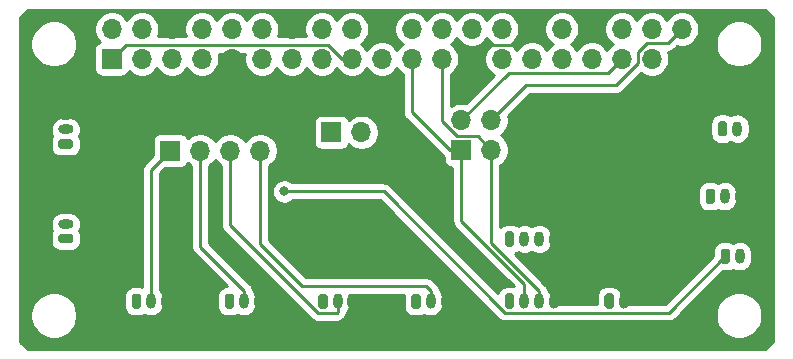
<source format=gbl>
%TF.GenerationSoftware,KiCad,Pcbnew,5.1.10-88a1d61d58~88~ubuntu20.04.1*%
%TF.CreationDate,2021-05-10T23:55:53-04:00*%
%TF.ProjectId,reminder-mainboard,72656d69-6e64-4657-922d-6d61696e626f,rev?*%
%TF.SameCoordinates,Original*%
%TF.FileFunction,Copper,L2,Bot*%
%TF.FilePolarity,Positive*%
%FSLAX46Y46*%
G04 Gerber Fmt 4.6, Leading zero omitted, Abs format (unit mm)*
G04 Created by KiCad (PCBNEW 5.1.10-88a1d61d58~88~ubuntu20.04.1) date 2021-05-10 23:55:53*
%MOMM*%
%LPD*%
G01*
G04 APERTURE LIST*
%TA.AperFunction,ComponentPad*%
%ADD10O,0.800000X1.300000*%
%TD*%
%TA.AperFunction,ComponentPad*%
%ADD11O,1.700000X1.700000*%
%TD*%
%TA.AperFunction,ComponentPad*%
%ADD12R,1.700000X1.700000*%
%TD*%
%TA.AperFunction,ComponentPad*%
%ADD13O,1.300000X0.800000*%
%TD*%
%TA.AperFunction,ViaPad*%
%ADD14C,0.800000*%
%TD*%
%TA.AperFunction,Conductor*%
%ADD15C,0.250000*%
%TD*%
%TA.AperFunction,Conductor*%
%ADD16C,0.254000*%
%TD*%
%TA.AperFunction,Conductor*%
%ADD17C,0.100000*%
%TD*%
G04 APERTURE END LIST*
D10*
X165840000Y-114280000D03*
X164590000Y-114280000D03*
X163340000Y-114280000D03*
%TA.AperFunction,ComponentPad*%
G36*
G01*
X161690000Y-114730000D02*
X161690000Y-113830000D01*
G75*
G02*
X161890000Y-113630000I200000J0D01*
G01*
X162290000Y-113630000D01*
G75*
G02*
X162490000Y-113830000I0J-200000D01*
G01*
X162490000Y-114730000D01*
G75*
G02*
X162290000Y-114930000I-200000J0D01*
G01*
X161890000Y-114930000D01*
G75*
G02*
X161690000Y-114730000I0J200000D01*
G01*
G37*
%TD.AperFunction*%
X171750000Y-114280000D03*
%TA.AperFunction,ComponentPad*%
G36*
G01*
X170100000Y-114730000D02*
X170100000Y-113830000D01*
G75*
G02*
X170300000Y-113630000I200000J0D01*
G01*
X170700000Y-113630000D01*
G75*
G02*
X170900000Y-113830000I0J-200000D01*
G01*
X170900000Y-114730000D01*
G75*
G02*
X170700000Y-114930000I-200000J0D01*
G01*
X170300000Y-114930000D01*
G75*
G02*
X170100000Y-114730000I0J200000D01*
G01*
G37*
%TD.AperFunction*%
D11*
X163080000Y-98960000D03*
X163080000Y-101500000D03*
X160540000Y-98960000D03*
X160540000Y-101500000D03*
X158000000Y-98960000D03*
D12*
X158000000Y-101500000D03*
D10*
X165840000Y-109030000D03*
X164590000Y-109030000D03*
X163340000Y-109030000D03*
%TA.AperFunction,ComponentPad*%
G36*
G01*
X161690000Y-109480000D02*
X161690000Y-108580000D01*
G75*
G02*
X161890000Y-108380000I200000J0D01*
G01*
X162290000Y-108380000D01*
G75*
G02*
X162490000Y-108580000I0J-200000D01*
G01*
X162490000Y-109480000D01*
G75*
G02*
X162290000Y-109680000I-200000J0D01*
G01*
X161890000Y-109680000D01*
G75*
G02*
X161690000Y-109480000I0J200000D01*
G01*
G37*
%TD.AperFunction*%
%TA.AperFunction,ComponentPad*%
G36*
G01*
X130085000Y-114750000D02*
X130085000Y-113850000D01*
G75*
G02*
X130285000Y-113650000I200000J0D01*
G01*
X130685000Y-113650000D01*
G75*
G02*
X130885000Y-113850000I0J-200000D01*
G01*
X130885000Y-114750000D01*
G75*
G02*
X130685000Y-114950000I-200000J0D01*
G01*
X130285000Y-114950000D01*
G75*
G02*
X130085000Y-114750000I0J200000D01*
G01*
G37*
%TD.AperFunction*%
X131735000Y-114300000D03*
X132985000Y-114300000D03*
D11*
X176660000Y-91250000D03*
X176660000Y-93790000D03*
X174120000Y-91250000D03*
X174120000Y-93790000D03*
X171580000Y-91250000D03*
X171580000Y-93790000D03*
X169040000Y-91250000D03*
X169040000Y-93790000D03*
X166500000Y-91250000D03*
X166500000Y-93790000D03*
X163960000Y-91250000D03*
X163960000Y-93790000D03*
X161420000Y-91250000D03*
X161420000Y-93790000D03*
X158880000Y-91250000D03*
X158880000Y-93790000D03*
X156340000Y-91250000D03*
X156340000Y-93790000D03*
X153800000Y-91250000D03*
X153800000Y-93790000D03*
X151260000Y-91250000D03*
X151260000Y-93790000D03*
X148720000Y-91250000D03*
X148720000Y-93790000D03*
X146180000Y-91250000D03*
X146180000Y-93790000D03*
X143640000Y-91250000D03*
X143640000Y-93790000D03*
X141100000Y-91250000D03*
X141100000Y-93790000D03*
X138560000Y-91250000D03*
X138560000Y-93790000D03*
X136020000Y-91250000D03*
X136020000Y-93790000D03*
X133480000Y-91250000D03*
X133480000Y-93790000D03*
X130940000Y-91250000D03*
X130940000Y-93790000D03*
X128400000Y-91250000D03*
D12*
X128400000Y-93790000D03*
D11*
X152080000Y-100000000D03*
X149540000Y-100000000D03*
D12*
X147000000Y-100000000D03*
D13*
X124500000Y-98500000D03*
X124500000Y-99750000D03*
%TA.AperFunction,ComponentPad*%
G36*
G01*
X124950000Y-101400000D02*
X124050000Y-101400000D01*
G75*
G02*
X123850000Y-101200000I0J200000D01*
G01*
X123850000Y-100800000D01*
G75*
G02*
X124050000Y-100600000I200000J0D01*
G01*
X124950000Y-100600000D01*
G75*
G02*
X125150000Y-100800000I0J-200000D01*
G01*
X125150000Y-101200000D01*
G75*
G02*
X124950000Y-101400000I-200000J0D01*
G01*
G37*
%TD.AperFunction*%
D11*
X140970000Y-99000000D03*
X140970000Y-101540000D03*
X138430000Y-99000000D03*
X138430000Y-101540000D03*
X135890000Y-99000000D03*
X135890000Y-101540000D03*
X133350000Y-99000000D03*
D12*
X133350000Y-101540000D03*
D10*
X156655000Y-114300000D03*
X155405000Y-114300000D03*
%TA.AperFunction,ComponentPad*%
G36*
G01*
X153755000Y-114750000D02*
X153755000Y-113850000D01*
G75*
G02*
X153955000Y-113650000I200000J0D01*
G01*
X154355000Y-113650000D01*
G75*
G02*
X154555000Y-113850000I0J-200000D01*
G01*
X154555000Y-114750000D01*
G75*
G02*
X154355000Y-114950000I-200000J0D01*
G01*
X153955000Y-114950000D01*
G75*
G02*
X153755000Y-114750000I0J200000D01*
G01*
G37*
%TD.AperFunction*%
X140855000Y-114300000D03*
X139605000Y-114300000D03*
%TA.AperFunction,ComponentPad*%
G36*
G01*
X137955000Y-114750000D02*
X137955000Y-113850000D01*
G75*
G02*
X138155000Y-113650000I200000J0D01*
G01*
X138555000Y-113650000D01*
G75*
G02*
X138755000Y-113850000I0J-200000D01*
G01*
X138755000Y-114750000D01*
G75*
G02*
X138555000Y-114950000I-200000J0D01*
G01*
X138155000Y-114950000D01*
G75*
G02*
X137955000Y-114750000I0J200000D01*
G01*
G37*
%TD.AperFunction*%
D13*
X124500000Y-106500000D03*
X124500000Y-107750000D03*
%TA.AperFunction,ComponentPad*%
G36*
G01*
X124950000Y-109400000D02*
X124050000Y-109400000D01*
G75*
G02*
X123850000Y-109200000I0J200000D01*
G01*
X123850000Y-108800000D01*
G75*
G02*
X124050000Y-108600000I200000J0D01*
G01*
X124950000Y-108600000D01*
G75*
G02*
X125150000Y-108800000I0J-200000D01*
G01*
X125150000Y-109200000D01*
G75*
G02*
X124950000Y-109400000I-200000J0D01*
G01*
G37*
%TD.AperFunction*%
D10*
X148765000Y-114300000D03*
X147515000Y-114300000D03*
%TA.AperFunction,ComponentPad*%
G36*
G01*
X145865000Y-114750000D02*
X145865000Y-113850000D01*
G75*
G02*
X146065000Y-113650000I200000J0D01*
G01*
X146465000Y-113650000D01*
G75*
G02*
X146665000Y-113850000I0J-200000D01*
G01*
X146665000Y-114750000D01*
G75*
G02*
X146465000Y-114950000I-200000J0D01*
G01*
X146065000Y-114950000D01*
G75*
G02*
X145865000Y-114750000I0J200000D01*
G01*
G37*
%TD.AperFunction*%
X181365000Y-99690000D03*
%TA.AperFunction,ComponentPad*%
G36*
G01*
X179715000Y-100140000D02*
X179715000Y-99240000D01*
G75*
G02*
X179915000Y-99040000I200000J0D01*
G01*
X180315000Y-99040000D01*
G75*
G02*
X180515000Y-99240000I0J-200000D01*
G01*
X180515000Y-100140000D01*
G75*
G02*
X180315000Y-100340000I-200000J0D01*
G01*
X179915000Y-100340000D01*
G75*
G02*
X179715000Y-100140000I0J200000D01*
G01*
G37*
%TD.AperFunction*%
X181570000Y-105410000D03*
X180320000Y-105410000D03*
%TA.AperFunction,ComponentPad*%
G36*
G01*
X178670000Y-105860000D02*
X178670000Y-104960000D01*
G75*
G02*
X178870000Y-104760000I200000J0D01*
G01*
X179270000Y-104760000D01*
G75*
G02*
X179470000Y-104960000I0J-200000D01*
G01*
X179470000Y-105860000D01*
G75*
G02*
X179270000Y-106060000I-200000J0D01*
G01*
X178870000Y-106060000D01*
G75*
G02*
X178670000Y-105860000I0J200000D01*
G01*
G37*
%TD.AperFunction*%
X181590000Y-110490000D03*
%TA.AperFunction,ComponentPad*%
G36*
G01*
X179940000Y-110940000D02*
X179940000Y-110040000D01*
G75*
G02*
X180140000Y-109840000I200000J0D01*
G01*
X180540000Y-109840000D01*
G75*
G02*
X180740000Y-110040000I0J-200000D01*
G01*
X180740000Y-110940000D01*
G75*
G02*
X180540000Y-111140000I-200000J0D01*
G01*
X180140000Y-111140000D01*
G75*
G02*
X179940000Y-110940000I0J200000D01*
G01*
G37*
%TD.AperFunction*%
D14*
X143000000Y-105000000D03*
D15*
X162595001Y-92614999D02*
X163960000Y-91250000D01*
X160055001Y-92614999D02*
X162595001Y-92614999D01*
X158880000Y-93790000D02*
X160055001Y-92614999D01*
X129575001Y-92614999D02*
X128400000Y-93790000D01*
X146744001Y-92614999D02*
X129575001Y-92614999D01*
X147919002Y-93790000D02*
X146744001Y-92614999D01*
X148720000Y-93790000D02*
X147919002Y-93790000D01*
X151417522Y-105000000D02*
X143000000Y-105000000D01*
X161672532Y-115255010D02*
X151417522Y-105000000D01*
X175574990Y-115255010D02*
X161672532Y-115255010D01*
X180340000Y-110490000D02*
X175574990Y-115255010D01*
X156340000Y-99039002D02*
X156340000Y-93790000D01*
X157625997Y-100324999D02*
X156340000Y-99039002D01*
X159364999Y-100324999D02*
X157625997Y-100324999D01*
X160540000Y-101500000D02*
X159364999Y-100324999D01*
X160540000Y-109403590D02*
X160540000Y-101500000D01*
X164590000Y-113453590D02*
X160540000Y-109403590D01*
X164590000Y-114280000D02*
X164590000Y-113453590D01*
X158000000Y-101500000D02*
X157000000Y-101500000D01*
X153800000Y-98300000D02*
X153800000Y-93790000D01*
X157000000Y-101500000D02*
X153800000Y-98300000D01*
X158000000Y-107500000D02*
X158000000Y-101500000D01*
X163340000Y-112840000D02*
X158000000Y-107500000D01*
X163340000Y-114280000D02*
X163340000Y-112840000D01*
X135890000Y-109685000D02*
X135890000Y-101540000D01*
X139605000Y-113400000D02*
X135890000Y-109685000D01*
X139605000Y-114300000D02*
X139605000Y-113400000D01*
X155405000Y-113400000D02*
X155005000Y-113000000D01*
X155405000Y-114300000D02*
X155405000Y-113400000D01*
X155005000Y-113000000D02*
X144500000Y-113000000D01*
X140970000Y-109470000D02*
X140970000Y-101540000D01*
X144500000Y-113000000D02*
X140970000Y-109470000D01*
X160540000Y-98960000D02*
X163500000Y-96000000D01*
X175484999Y-92425001D02*
X176660000Y-91250000D01*
X173745997Y-92425001D02*
X175484999Y-92425001D01*
X172944999Y-93225999D02*
X173745997Y-92425001D01*
X172944999Y-94164003D02*
X172944999Y-93225999D01*
X171109002Y-96000000D02*
X172944999Y-94164003D01*
X163500000Y-96000000D02*
X171109002Y-96000000D01*
X170404999Y-94965001D02*
X171580000Y-93790000D01*
X161994999Y-94965001D02*
X170404999Y-94965001D01*
X158000000Y-98960000D02*
X161994999Y-94965001D01*
X145847532Y-115275010D02*
X138430000Y-107857478D01*
X147439990Y-115275010D02*
X145847532Y-115275010D01*
X138430000Y-107857478D02*
X138430000Y-101540000D01*
X147515000Y-115200000D02*
X147439990Y-115275010D01*
X147515000Y-114300000D02*
X147515000Y-115200000D01*
X132735000Y-102155000D02*
X133350000Y-101540000D01*
X131735000Y-103155000D02*
X133350000Y-101540000D01*
X131735000Y-114300000D02*
X131735000Y-103155000D01*
D16*
X184340001Y-90273382D02*
X184340000Y-117726619D01*
X183726620Y-118340000D01*
X121273381Y-118340000D01*
X120660000Y-117726620D01*
X120660000Y-115304495D01*
X121515000Y-115304495D01*
X121515000Y-115695505D01*
X121591282Y-116079003D01*
X121740915Y-116440250D01*
X121958149Y-116765364D01*
X122234636Y-117041851D01*
X122559750Y-117259085D01*
X122920997Y-117408718D01*
X123304495Y-117485000D01*
X123695505Y-117485000D01*
X124079003Y-117408718D01*
X124440250Y-117259085D01*
X124765364Y-117041851D01*
X125041851Y-116765364D01*
X125259085Y-116440250D01*
X125408718Y-116079003D01*
X125485000Y-115695505D01*
X125485000Y-115304495D01*
X125408718Y-114920997D01*
X125259085Y-114559750D01*
X125041851Y-114234636D01*
X124765364Y-113958149D01*
X124603508Y-113850000D01*
X129446928Y-113850000D01*
X129446928Y-114750000D01*
X129463031Y-114913500D01*
X129510722Y-115070716D01*
X129588169Y-115215608D01*
X129692394Y-115342606D01*
X129819392Y-115446831D01*
X129964284Y-115524278D01*
X130121500Y-115571969D01*
X130285000Y-115588072D01*
X130685000Y-115588072D01*
X130848500Y-115571969D01*
X131005716Y-115524278D01*
X131150608Y-115446831D01*
X131176894Y-115425259D01*
X131337008Y-115510841D01*
X131532106Y-115570024D01*
X131735000Y-115590007D01*
X131937895Y-115570024D01*
X132132993Y-115510841D01*
X132312797Y-115414734D01*
X132470396Y-115285396D01*
X132599734Y-115127797D01*
X132695841Y-114947992D01*
X132755024Y-114752894D01*
X132770000Y-114600837D01*
X132770000Y-113999162D01*
X132755024Y-113847105D01*
X132695841Y-113652007D01*
X132599734Y-113472203D01*
X132495000Y-113344584D01*
X132495000Y-103469801D01*
X132936729Y-103028072D01*
X134200000Y-103028072D01*
X134324482Y-103015812D01*
X134444180Y-102979502D01*
X134554494Y-102920537D01*
X134651185Y-102841185D01*
X134730537Y-102744494D01*
X134789502Y-102634180D01*
X134811513Y-102561620D01*
X134943368Y-102693475D01*
X135130001Y-102818179D01*
X135130000Y-109647678D01*
X135126324Y-109685000D01*
X135130000Y-109722322D01*
X135130000Y-109722332D01*
X135140997Y-109833985D01*
X135168970Y-109926201D01*
X135184454Y-109977246D01*
X135255026Y-110109276D01*
X135284126Y-110144734D01*
X135349999Y-110225001D01*
X135379003Y-110248804D01*
X138143280Y-113013082D01*
X137991500Y-113028031D01*
X137834284Y-113075722D01*
X137689392Y-113153169D01*
X137562394Y-113257394D01*
X137458169Y-113384392D01*
X137380722Y-113529284D01*
X137333031Y-113686500D01*
X137316928Y-113850000D01*
X137316928Y-114750000D01*
X137333031Y-114913500D01*
X137380722Y-115070716D01*
X137458169Y-115215608D01*
X137562394Y-115342606D01*
X137689392Y-115446831D01*
X137834284Y-115524278D01*
X137991500Y-115571969D01*
X138155000Y-115588072D01*
X138555000Y-115588072D01*
X138718500Y-115571969D01*
X138875716Y-115524278D01*
X139020608Y-115446831D01*
X139046894Y-115425259D01*
X139207008Y-115510841D01*
X139402106Y-115570024D01*
X139605000Y-115590007D01*
X139807895Y-115570024D01*
X140002993Y-115510841D01*
X140182797Y-115414734D01*
X140340396Y-115285396D01*
X140469734Y-115127797D01*
X140565841Y-114947992D01*
X140625024Y-114752894D01*
X140640000Y-114600837D01*
X140640000Y-113999162D01*
X140625024Y-113847105D01*
X140565841Y-113652007D01*
X140469734Y-113472203D01*
X140362976Y-113342118D01*
X140354003Y-113251014D01*
X140310546Y-113107753D01*
X140239974Y-112975724D01*
X140212779Y-112942587D01*
X140168799Y-112888996D01*
X140168795Y-112888992D01*
X140145001Y-112859999D01*
X140116008Y-112836205D01*
X136650000Y-109370199D01*
X136650000Y-102818178D01*
X136836632Y-102693475D01*
X137043475Y-102486632D01*
X137160000Y-102312240D01*
X137276525Y-102486632D01*
X137483368Y-102693475D01*
X137670001Y-102818179D01*
X137670000Y-107820155D01*
X137666324Y-107857478D01*
X137670000Y-107894800D01*
X137670000Y-107894810D01*
X137680997Y-108006463D01*
X137719980Y-108134974D01*
X137724454Y-108149724D01*
X137795026Y-108281754D01*
X137832813Y-108327797D01*
X137889999Y-108397479D01*
X137919003Y-108421282D01*
X145283733Y-115786013D01*
X145307531Y-115815011D01*
X145423256Y-115909984D01*
X145555285Y-115980556D01*
X145698546Y-116024013D01*
X145810199Y-116035010D01*
X145810208Y-116035010D01*
X145847531Y-116038686D01*
X145884854Y-116035010D01*
X147402668Y-116035010D01*
X147439990Y-116038686D01*
X147477312Y-116035010D01*
X147477323Y-116035010D01*
X147588976Y-116024013D01*
X147732237Y-115980556D01*
X147864266Y-115909984D01*
X147979991Y-115815011D01*
X148003794Y-115786007D01*
X148025997Y-115763804D01*
X148055001Y-115740001D01*
X148149974Y-115624276D01*
X148220546Y-115492247D01*
X148264003Y-115348986D01*
X148272976Y-115257882D01*
X148379734Y-115127797D01*
X148475841Y-114947992D01*
X148535024Y-114752894D01*
X148550000Y-114600837D01*
X148550000Y-113999162D01*
X148535024Y-113847105D01*
X148508601Y-113760000D01*
X153125792Y-113760000D01*
X153116928Y-113850000D01*
X153116928Y-114750000D01*
X153133031Y-114913500D01*
X153180722Y-115070716D01*
X153258169Y-115215608D01*
X153362394Y-115342606D01*
X153489392Y-115446831D01*
X153634284Y-115524278D01*
X153791500Y-115571969D01*
X153955000Y-115588072D01*
X154355000Y-115588072D01*
X154518500Y-115571969D01*
X154675716Y-115524278D01*
X154820608Y-115446831D01*
X154846894Y-115425259D01*
X155007008Y-115510841D01*
X155202106Y-115570024D01*
X155405000Y-115590007D01*
X155607895Y-115570024D01*
X155802993Y-115510841D01*
X155982797Y-115414734D01*
X156140396Y-115285396D01*
X156269734Y-115127797D01*
X156365841Y-114947992D01*
X156425024Y-114752894D01*
X156440000Y-114600837D01*
X156440000Y-113999162D01*
X156425024Y-113847105D01*
X156365841Y-113652007D01*
X156269734Y-113472203D01*
X156162976Y-113342118D01*
X156154003Y-113251014D01*
X156110546Y-113107753D01*
X156039974Y-112975724D01*
X155945001Y-112859999D01*
X155916002Y-112836200D01*
X155568803Y-112489002D01*
X155545001Y-112459999D01*
X155429276Y-112365026D01*
X155297247Y-112294454D01*
X155153986Y-112250997D01*
X155042333Y-112240000D01*
X155042322Y-112240000D01*
X155005000Y-112236324D01*
X154967678Y-112240000D01*
X144814802Y-112240000D01*
X141730000Y-109155199D01*
X141730000Y-102818178D01*
X141916632Y-102693475D01*
X142123475Y-102486632D01*
X142285990Y-102243411D01*
X142397932Y-101973158D01*
X142455000Y-101686260D01*
X142455000Y-101393740D01*
X142397932Y-101106842D01*
X142285990Y-100836589D01*
X142123475Y-100593368D01*
X141916632Y-100386525D01*
X141673411Y-100224010D01*
X141403158Y-100112068D01*
X141116260Y-100055000D01*
X140823740Y-100055000D01*
X140536842Y-100112068D01*
X140266589Y-100224010D01*
X140023368Y-100386525D01*
X139816525Y-100593368D01*
X139700000Y-100767760D01*
X139583475Y-100593368D01*
X139376632Y-100386525D01*
X139133411Y-100224010D01*
X138863158Y-100112068D01*
X138576260Y-100055000D01*
X138283740Y-100055000D01*
X137996842Y-100112068D01*
X137726589Y-100224010D01*
X137483368Y-100386525D01*
X137276525Y-100593368D01*
X137160000Y-100767760D01*
X137043475Y-100593368D01*
X136836632Y-100386525D01*
X136593411Y-100224010D01*
X136323158Y-100112068D01*
X136036260Y-100055000D01*
X135743740Y-100055000D01*
X135456842Y-100112068D01*
X135186589Y-100224010D01*
X134943368Y-100386525D01*
X134811513Y-100518380D01*
X134789502Y-100445820D01*
X134730537Y-100335506D01*
X134651185Y-100238815D01*
X134554494Y-100159463D01*
X134444180Y-100100498D01*
X134324482Y-100064188D01*
X134200000Y-100051928D01*
X132500000Y-100051928D01*
X132375518Y-100064188D01*
X132255820Y-100100498D01*
X132145506Y-100159463D01*
X132048815Y-100238815D01*
X131969463Y-100335506D01*
X131910498Y-100445820D01*
X131874188Y-100565518D01*
X131861928Y-100690000D01*
X131861928Y-101953271D01*
X131223998Y-102591201D01*
X131195000Y-102614999D01*
X131171202Y-102643997D01*
X131171201Y-102643998D01*
X131100026Y-102730724D01*
X131029454Y-102862754D01*
X131006174Y-102939502D01*
X130985998Y-103006014D01*
X130975001Y-103117667D01*
X130971324Y-103155000D01*
X130975001Y-103192332D01*
X130975000Y-113066404D01*
X130848500Y-113028031D01*
X130685000Y-113011928D01*
X130285000Y-113011928D01*
X130121500Y-113028031D01*
X129964284Y-113075722D01*
X129819392Y-113153169D01*
X129692394Y-113257394D01*
X129588169Y-113384392D01*
X129510722Y-113529284D01*
X129463031Y-113686500D01*
X129446928Y-113850000D01*
X124603508Y-113850000D01*
X124440250Y-113740915D01*
X124079003Y-113591282D01*
X123695505Y-113515000D01*
X123304495Y-113515000D01*
X122920997Y-113591282D01*
X122559750Y-113740915D01*
X122234636Y-113958149D01*
X121958149Y-114234636D01*
X121740915Y-114559750D01*
X121591282Y-114920997D01*
X121515000Y-115304495D01*
X120660000Y-115304495D01*
X120660000Y-107750000D01*
X123209993Y-107750000D01*
X123229976Y-107952895D01*
X123289159Y-108147993D01*
X123374741Y-108308106D01*
X123353169Y-108334392D01*
X123275722Y-108479284D01*
X123228031Y-108636500D01*
X123211928Y-108800000D01*
X123211928Y-109200000D01*
X123228031Y-109363500D01*
X123275722Y-109520716D01*
X123353169Y-109665608D01*
X123457394Y-109792606D01*
X123584392Y-109896831D01*
X123729284Y-109974278D01*
X123886500Y-110021969D01*
X124050000Y-110038072D01*
X124950000Y-110038072D01*
X125113500Y-110021969D01*
X125270716Y-109974278D01*
X125415608Y-109896831D01*
X125542606Y-109792606D01*
X125646831Y-109665608D01*
X125724278Y-109520716D01*
X125771969Y-109363500D01*
X125788072Y-109200000D01*
X125788072Y-108800000D01*
X125771969Y-108636500D01*
X125724278Y-108479284D01*
X125646831Y-108334392D01*
X125625259Y-108308106D01*
X125710841Y-108147993D01*
X125770024Y-107952895D01*
X125790007Y-107750000D01*
X125770024Y-107547105D01*
X125710841Y-107352007D01*
X125614734Y-107172203D01*
X125485396Y-107014604D01*
X125327797Y-106885266D01*
X125147993Y-106789159D01*
X124952895Y-106729976D01*
X124800838Y-106715000D01*
X124199162Y-106715000D01*
X124047105Y-106729976D01*
X123852007Y-106789159D01*
X123672203Y-106885266D01*
X123514604Y-107014604D01*
X123385266Y-107172203D01*
X123289159Y-107352007D01*
X123229976Y-107547105D01*
X123209993Y-107750000D01*
X120660000Y-107750000D01*
X120660000Y-99750000D01*
X123209993Y-99750000D01*
X123229976Y-99952895D01*
X123289159Y-100147993D01*
X123374741Y-100308106D01*
X123353169Y-100334392D01*
X123275722Y-100479284D01*
X123228031Y-100636500D01*
X123211928Y-100800000D01*
X123211928Y-101200000D01*
X123228031Y-101363500D01*
X123275722Y-101520716D01*
X123353169Y-101665608D01*
X123457394Y-101792606D01*
X123584392Y-101896831D01*
X123729284Y-101974278D01*
X123886500Y-102021969D01*
X124050000Y-102038072D01*
X124950000Y-102038072D01*
X125113500Y-102021969D01*
X125270716Y-101974278D01*
X125415608Y-101896831D01*
X125542606Y-101792606D01*
X125646831Y-101665608D01*
X125724278Y-101520716D01*
X125771969Y-101363500D01*
X125788072Y-101200000D01*
X125788072Y-100800000D01*
X125771969Y-100636500D01*
X125724278Y-100479284D01*
X125646831Y-100334392D01*
X125625259Y-100308106D01*
X125710841Y-100147993D01*
X125770024Y-99952895D01*
X125790007Y-99750000D01*
X125770024Y-99547105D01*
X125710841Y-99352007D01*
X125614734Y-99172203D01*
X125596513Y-99150000D01*
X145511928Y-99150000D01*
X145511928Y-100850000D01*
X145524188Y-100974482D01*
X145560498Y-101094180D01*
X145619463Y-101204494D01*
X145698815Y-101301185D01*
X145795506Y-101380537D01*
X145905820Y-101439502D01*
X146025518Y-101475812D01*
X146150000Y-101488072D01*
X147850000Y-101488072D01*
X147974482Y-101475812D01*
X148094180Y-101439502D01*
X148204494Y-101380537D01*
X148301185Y-101301185D01*
X148380537Y-101204494D01*
X148439502Y-101094180D01*
X148461513Y-101021620D01*
X148593368Y-101153475D01*
X148836589Y-101315990D01*
X149106842Y-101427932D01*
X149393740Y-101485000D01*
X149686260Y-101485000D01*
X149973158Y-101427932D01*
X150243411Y-101315990D01*
X150486632Y-101153475D01*
X150693475Y-100946632D01*
X150855990Y-100703411D01*
X150967932Y-100433158D01*
X151025000Y-100146260D01*
X151025000Y-99853740D01*
X150967932Y-99566842D01*
X150855990Y-99296589D01*
X150693475Y-99053368D01*
X150486632Y-98846525D01*
X150243411Y-98684010D01*
X149973158Y-98572068D01*
X149686260Y-98515000D01*
X149393740Y-98515000D01*
X149106842Y-98572068D01*
X148836589Y-98684010D01*
X148593368Y-98846525D01*
X148461513Y-98978380D01*
X148439502Y-98905820D01*
X148380537Y-98795506D01*
X148301185Y-98698815D01*
X148204494Y-98619463D01*
X148094180Y-98560498D01*
X147974482Y-98524188D01*
X147850000Y-98511928D01*
X146150000Y-98511928D01*
X146025518Y-98524188D01*
X145905820Y-98560498D01*
X145795506Y-98619463D01*
X145698815Y-98698815D01*
X145619463Y-98795506D01*
X145560498Y-98905820D01*
X145524188Y-99025518D01*
X145511928Y-99150000D01*
X125596513Y-99150000D01*
X125485396Y-99014604D01*
X125327797Y-98885266D01*
X125147993Y-98789159D01*
X124952895Y-98729976D01*
X124800838Y-98715000D01*
X124199162Y-98715000D01*
X124047105Y-98729976D01*
X123852007Y-98789159D01*
X123672203Y-98885266D01*
X123514604Y-99014604D01*
X123385266Y-99172203D01*
X123289159Y-99352007D01*
X123229976Y-99547105D01*
X123209993Y-99750000D01*
X120660000Y-99750000D01*
X120660000Y-92304495D01*
X121515000Y-92304495D01*
X121515000Y-92695505D01*
X121591282Y-93079003D01*
X121740915Y-93440250D01*
X121958149Y-93765364D01*
X122234636Y-94041851D01*
X122559750Y-94259085D01*
X122920997Y-94408718D01*
X123304495Y-94485000D01*
X123695505Y-94485000D01*
X124079003Y-94408718D01*
X124440250Y-94259085D01*
X124765364Y-94041851D01*
X125041851Y-93765364D01*
X125259085Y-93440250D01*
X125408718Y-93079003D01*
X125436367Y-92940000D01*
X126911928Y-92940000D01*
X126911928Y-94640000D01*
X126924188Y-94764482D01*
X126960498Y-94884180D01*
X127019463Y-94994494D01*
X127098815Y-95091185D01*
X127195506Y-95170537D01*
X127305820Y-95229502D01*
X127425518Y-95265812D01*
X127550000Y-95278072D01*
X129250000Y-95278072D01*
X129374482Y-95265812D01*
X129494180Y-95229502D01*
X129604494Y-95170537D01*
X129701185Y-95091185D01*
X129780537Y-94994494D01*
X129839502Y-94884180D01*
X129861513Y-94811620D01*
X129993368Y-94943475D01*
X130236589Y-95105990D01*
X130506842Y-95217932D01*
X130793740Y-95275000D01*
X131086260Y-95275000D01*
X131373158Y-95217932D01*
X131643411Y-95105990D01*
X131886632Y-94943475D01*
X132093475Y-94736632D01*
X132210000Y-94562240D01*
X132326525Y-94736632D01*
X132533368Y-94943475D01*
X132776589Y-95105990D01*
X133046842Y-95217932D01*
X133333740Y-95275000D01*
X133626260Y-95275000D01*
X133913158Y-95217932D01*
X134183411Y-95105990D01*
X134426632Y-94943475D01*
X134633475Y-94736632D01*
X134750000Y-94562240D01*
X134866525Y-94736632D01*
X135073368Y-94943475D01*
X135316589Y-95105990D01*
X135586842Y-95217932D01*
X135873740Y-95275000D01*
X136166260Y-95275000D01*
X136453158Y-95217932D01*
X136723411Y-95105990D01*
X136966632Y-94943475D01*
X137173475Y-94736632D01*
X137335990Y-94493411D01*
X137447932Y-94223158D01*
X137505000Y-93936260D01*
X137505000Y-93643740D01*
X137451544Y-93374999D01*
X139668456Y-93374999D01*
X139615000Y-93643740D01*
X139615000Y-93936260D01*
X139672068Y-94223158D01*
X139784010Y-94493411D01*
X139946525Y-94736632D01*
X140153368Y-94943475D01*
X140396589Y-95105990D01*
X140666842Y-95217932D01*
X140953740Y-95275000D01*
X141246260Y-95275000D01*
X141533158Y-95217932D01*
X141803411Y-95105990D01*
X142046632Y-94943475D01*
X142253475Y-94736632D01*
X142370000Y-94562240D01*
X142486525Y-94736632D01*
X142693368Y-94943475D01*
X142936589Y-95105990D01*
X143206842Y-95217932D01*
X143493740Y-95275000D01*
X143786260Y-95275000D01*
X144073158Y-95217932D01*
X144343411Y-95105990D01*
X144586632Y-94943475D01*
X144793475Y-94736632D01*
X144910000Y-94562240D01*
X145026525Y-94736632D01*
X145233368Y-94943475D01*
X145476589Y-95105990D01*
X145746842Y-95217932D01*
X146033740Y-95275000D01*
X146326260Y-95275000D01*
X146613158Y-95217932D01*
X146883411Y-95105990D01*
X147126632Y-94943475D01*
X147333475Y-94736632D01*
X147450000Y-94562240D01*
X147566525Y-94736632D01*
X147773368Y-94943475D01*
X148016589Y-95105990D01*
X148286842Y-95217932D01*
X148573740Y-95275000D01*
X148866260Y-95275000D01*
X149153158Y-95217932D01*
X149423411Y-95105990D01*
X149666632Y-94943475D01*
X149873475Y-94736632D01*
X149990000Y-94562240D01*
X150106525Y-94736632D01*
X150313368Y-94943475D01*
X150556589Y-95105990D01*
X150826842Y-95217932D01*
X151113740Y-95275000D01*
X151406260Y-95275000D01*
X151693158Y-95217932D01*
X151963411Y-95105990D01*
X152206632Y-94943475D01*
X152413475Y-94736632D01*
X152530000Y-94562240D01*
X152646525Y-94736632D01*
X152853368Y-94943475D01*
X153040001Y-95068179D01*
X153040000Y-98262677D01*
X153036324Y-98300000D01*
X153040000Y-98337322D01*
X153040000Y-98337332D01*
X153050997Y-98448985D01*
X153077309Y-98535724D01*
X153094454Y-98592246D01*
X153165026Y-98724276D01*
X153204871Y-98772826D01*
X153259999Y-98840001D01*
X153289003Y-98863804D01*
X156436205Y-102011008D01*
X156459999Y-102040001D01*
X156488992Y-102063795D01*
X156488996Y-102063799D01*
X156511928Y-102082619D01*
X156511928Y-102350000D01*
X156524188Y-102474482D01*
X156560498Y-102594180D01*
X156619463Y-102704494D01*
X156698815Y-102801185D01*
X156795506Y-102880537D01*
X156905820Y-102939502D01*
X157025518Y-102975812D01*
X157150000Y-102988072D01*
X157240001Y-102988072D01*
X157240000Y-107462677D01*
X157236324Y-107500000D01*
X157240000Y-107537322D01*
X157240000Y-107537332D01*
X157250997Y-107648985D01*
X157281639Y-107750000D01*
X157294454Y-107792246D01*
X157365026Y-107924276D01*
X157395927Y-107961928D01*
X157459999Y-108040001D01*
X157489003Y-108063804D01*
X162431013Y-113005816D01*
X162290000Y-112991928D01*
X161890000Y-112991928D01*
X161726500Y-113008031D01*
X161569284Y-113055722D01*
X161424392Y-113133169D01*
X161297394Y-113237394D01*
X161193169Y-113364392D01*
X161115722Y-113509284D01*
X161089163Y-113596839D01*
X151981326Y-104489003D01*
X151957523Y-104459999D01*
X151841798Y-104365026D01*
X151709769Y-104294454D01*
X151566508Y-104250997D01*
X151454855Y-104240000D01*
X151454844Y-104240000D01*
X151417522Y-104236324D01*
X151380200Y-104240000D01*
X143703711Y-104240000D01*
X143659774Y-104196063D01*
X143490256Y-104082795D01*
X143301898Y-104004774D01*
X143101939Y-103965000D01*
X142898061Y-103965000D01*
X142698102Y-104004774D01*
X142509744Y-104082795D01*
X142340226Y-104196063D01*
X142196063Y-104340226D01*
X142082795Y-104509744D01*
X142004774Y-104698102D01*
X141965000Y-104898061D01*
X141965000Y-105101939D01*
X142004774Y-105301898D01*
X142082795Y-105490256D01*
X142196063Y-105659774D01*
X142340226Y-105803937D01*
X142509744Y-105917205D01*
X142698102Y-105995226D01*
X142898061Y-106035000D01*
X143101939Y-106035000D01*
X143301898Y-105995226D01*
X143490256Y-105917205D01*
X143659774Y-105803937D01*
X143703711Y-105760000D01*
X151102721Y-105760000D01*
X161108733Y-115766013D01*
X161132531Y-115795011D01*
X161248256Y-115889984D01*
X161380285Y-115960556D01*
X161523546Y-116004013D01*
X161635199Y-116015010D01*
X161635208Y-116015010D01*
X161672531Y-116018686D01*
X161709854Y-116015010D01*
X175537668Y-116015010D01*
X175574990Y-116018686D01*
X175612312Y-116015010D01*
X175612323Y-116015010D01*
X175723976Y-116004013D01*
X175867237Y-115960556D01*
X175999266Y-115889984D01*
X176114991Y-115795011D01*
X176138794Y-115766007D01*
X176600306Y-115304495D01*
X179515000Y-115304495D01*
X179515000Y-115695505D01*
X179591282Y-116079003D01*
X179740915Y-116440250D01*
X179958149Y-116765364D01*
X180234636Y-117041851D01*
X180559750Y-117259085D01*
X180920997Y-117408718D01*
X181304495Y-117485000D01*
X181695505Y-117485000D01*
X182079003Y-117408718D01*
X182440250Y-117259085D01*
X182765364Y-117041851D01*
X183041851Y-116765364D01*
X183259085Y-116440250D01*
X183408718Y-116079003D01*
X183485000Y-115695505D01*
X183485000Y-115304495D01*
X183408718Y-114920997D01*
X183259085Y-114559750D01*
X183041851Y-114234636D01*
X182765364Y-113958149D01*
X182440250Y-113740915D01*
X182079003Y-113591282D01*
X181695505Y-113515000D01*
X181304495Y-113515000D01*
X180920997Y-113591282D01*
X180559750Y-113740915D01*
X180234636Y-113958149D01*
X179958149Y-114234636D01*
X179740915Y-114559750D01*
X179591282Y-114920997D01*
X179515000Y-115304495D01*
X176600306Y-115304495D01*
X180127920Y-111776882D01*
X180140000Y-111778072D01*
X180540000Y-111778072D01*
X180703500Y-111761969D01*
X180860716Y-111714278D01*
X181005608Y-111636831D01*
X181031894Y-111615259D01*
X181192008Y-111700841D01*
X181387106Y-111760024D01*
X181590000Y-111780007D01*
X181792895Y-111760024D01*
X181987993Y-111700841D01*
X182167797Y-111604734D01*
X182325396Y-111475396D01*
X182454734Y-111317797D01*
X182550841Y-111137992D01*
X182610024Y-110942894D01*
X182625000Y-110790837D01*
X182625000Y-110189162D01*
X182610024Y-110037105D01*
X182550841Y-109842007D01*
X182454734Y-109662203D01*
X182325396Y-109504604D01*
X182167797Y-109375266D01*
X181987992Y-109279159D01*
X181792894Y-109219976D01*
X181590000Y-109199993D01*
X181387105Y-109219976D01*
X181192007Y-109279159D01*
X181031894Y-109364741D01*
X181005608Y-109343169D01*
X180860716Y-109265722D01*
X180703500Y-109218031D01*
X180540000Y-109201928D01*
X180140000Y-109201928D01*
X179976500Y-109218031D01*
X179819284Y-109265722D01*
X179674392Y-109343169D01*
X179547394Y-109447394D01*
X179443169Y-109574392D01*
X179365722Y-109719284D01*
X179318031Y-109876500D01*
X179301928Y-110040000D01*
X179301928Y-110453270D01*
X175260189Y-114495010D01*
X171538072Y-114495010D01*
X171538072Y-113830000D01*
X171521969Y-113666500D01*
X171474278Y-113509284D01*
X171396831Y-113364392D01*
X171292606Y-113237394D01*
X171165608Y-113133169D01*
X171020716Y-113055722D01*
X170863500Y-113008031D01*
X170700000Y-112991928D01*
X170300000Y-112991928D01*
X170136500Y-113008031D01*
X169979284Y-113055722D01*
X169834392Y-113133169D01*
X169707394Y-113237394D01*
X169603169Y-113364392D01*
X169525722Y-113509284D01*
X169478031Y-113666500D01*
X169461928Y-113830000D01*
X169461928Y-114495010D01*
X165625000Y-114495010D01*
X165625000Y-113979162D01*
X165610024Y-113827105D01*
X165550841Y-113632007D01*
X165454734Y-113452203D01*
X165339739Y-113312082D01*
X165339003Y-113304604D01*
X165295546Y-113161343D01*
X165288940Y-113148985D01*
X165224974Y-113029313D01*
X165153799Y-112942587D01*
X165130001Y-112913589D01*
X165101003Y-112889791D01*
X162499290Y-110288079D01*
X162610716Y-110254278D01*
X162755608Y-110176831D01*
X162781894Y-110155259D01*
X162942008Y-110240841D01*
X163137106Y-110300024D01*
X163340000Y-110320007D01*
X163542895Y-110300024D01*
X163737993Y-110240841D01*
X163917797Y-110144734D01*
X163965001Y-110105995D01*
X164012204Y-110144734D01*
X164192008Y-110240841D01*
X164387106Y-110300024D01*
X164590000Y-110320007D01*
X164792895Y-110300024D01*
X164987993Y-110240841D01*
X165167797Y-110144734D01*
X165325396Y-110015396D01*
X165454734Y-109857797D01*
X165550841Y-109677992D01*
X165610024Y-109482894D01*
X165625000Y-109330837D01*
X165625000Y-108729162D01*
X165610024Y-108577105D01*
X165550841Y-108382007D01*
X165454734Y-108202203D01*
X165325396Y-108044604D01*
X165167797Y-107915266D01*
X164987992Y-107819159D01*
X164792894Y-107759976D01*
X164590000Y-107739993D01*
X164387105Y-107759976D01*
X164192007Y-107819159D01*
X164012203Y-107915266D01*
X163965000Y-107954004D01*
X163917797Y-107915266D01*
X163737992Y-107819159D01*
X163542894Y-107759976D01*
X163340000Y-107739993D01*
X163137105Y-107759976D01*
X162942007Y-107819159D01*
X162781894Y-107904741D01*
X162755608Y-107883169D01*
X162610716Y-107805722D01*
X162453500Y-107758031D01*
X162290000Y-107741928D01*
X161890000Y-107741928D01*
X161726500Y-107758031D01*
X161569284Y-107805722D01*
X161424392Y-107883169D01*
X161300000Y-107985255D01*
X161300000Y-104960000D01*
X178031928Y-104960000D01*
X178031928Y-105860000D01*
X178048031Y-106023500D01*
X178095722Y-106180716D01*
X178173169Y-106325608D01*
X178277394Y-106452606D01*
X178404392Y-106556831D01*
X178549284Y-106634278D01*
X178706500Y-106681969D01*
X178870000Y-106698072D01*
X179270000Y-106698072D01*
X179433500Y-106681969D01*
X179590716Y-106634278D01*
X179735608Y-106556831D01*
X179761894Y-106535259D01*
X179922008Y-106620841D01*
X180117106Y-106680024D01*
X180320000Y-106700007D01*
X180522895Y-106680024D01*
X180717993Y-106620841D01*
X180897797Y-106524734D01*
X181055396Y-106395396D01*
X181184734Y-106237797D01*
X181280841Y-106057992D01*
X181340024Y-105862894D01*
X181355000Y-105710837D01*
X181355000Y-105109162D01*
X181340024Y-104957105D01*
X181280841Y-104762007D01*
X181184734Y-104582203D01*
X181055396Y-104424604D01*
X180897797Y-104295266D01*
X180717992Y-104199159D01*
X180522894Y-104139976D01*
X180320000Y-104119993D01*
X180117105Y-104139976D01*
X179922007Y-104199159D01*
X179761894Y-104284741D01*
X179735608Y-104263169D01*
X179590716Y-104185722D01*
X179433500Y-104138031D01*
X179270000Y-104121928D01*
X178870000Y-104121928D01*
X178706500Y-104138031D01*
X178549284Y-104185722D01*
X178404392Y-104263169D01*
X178277394Y-104367394D01*
X178173169Y-104494392D01*
X178095722Y-104639284D01*
X178048031Y-104796500D01*
X178031928Y-104960000D01*
X161300000Y-104960000D01*
X161300000Y-102778178D01*
X161486632Y-102653475D01*
X161693475Y-102446632D01*
X161855990Y-102203411D01*
X161967932Y-101933158D01*
X162025000Y-101646260D01*
X162025000Y-101353740D01*
X161967932Y-101066842D01*
X161855990Y-100796589D01*
X161693475Y-100553368D01*
X161486632Y-100346525D01*
X161312240Y-100230000D01*
X161486632Y-100113475D01*
X161693475Y-99906632D01*
X161855990Y-99663411D01*
X161967932Y-99393158D01*
X161998397Y-99240000D01*
X179076928Y-99240000D01*
X179076928Y-100140000D01*
X179093031Y-100303500D01*
X179140722Y-100460716D01*
X179218169Y-100605608D01*
X179322394Y-100732606D01*
X179449392Y-100836831D01*
X179594284Y-100914278D01*
X179751500Y-100961969D01*
X179915000Y-100978072D01*
X180315000Y-100978072D01*
X180478500Y-100961969D01*
X180635716Y-100914278D01*
X180780608Y-100836831D01*
X180806894Y-100815259D01*
X180967008Y-100900841D01*
X181162106Y-100960024D01*
X181365000Y-100980007D01*
X181567895Y-100960024D01*
X181762993Y-100900841D01*
X181942797Y-100804734D01*
X182100396Y-100675396D01*
X182229734Y-100517797D01*
X182325841Y-100337992D01*
X182385024Y-100142894D01*
X182400000Y-99990837D01*
X182400000Y-99389162D01*
X182385024Y-99237105D01*
X182325841Y-99042007D01*
X182229734Y-98862203D01*
X182100396Y-98704604D01*
X181942797Y-98575266D01*
X181762992Y-98479159D01*
X181567894Y-98419976D01*
X181365000Y-98399993D01*
X181162105Y-98419976D01*
X180967007Y-98479159D01*
X180806894Y-98564741D01*
X180780608Y-98543169D01*
X180635716Y-98465722D01*
X180478500Y-98418031D01*
X180315000Y-98401928D01*
X179915000Y-98401928D01*
X179751500Y-98418031D01*
X179594284Y-98465722D01*
X179449392Y-98543169D01*
X179322394Y-98647394D01*
X179218169Y-98774392D01*
X179140722Y-98919284D01*
X179093031Y-99076500D01*
X179076928Y-99240000D01*
X161998397Y-99240000D01*
X162025000Y-99106260D01*
X162025000Y-98813740D01*
X161981209Y-98593592D01*
X163814802Y-96760000D01*
X171071680Y-96760000D01*
X171109002Y-96763676D01*
X171146324Y-96760000D01*
X171146335Y-96760000D01*
X171257988Y-96749003D01*
X171401249Y-96705546D01*
X171533278Y-96634974D01*
X171649003Y-96540001D01*
X171672806Y-96510997D01*
X173213508Y-94970296D01*
X173416589Y-95105990D01*
X173686842Y-95217932D01*
X173973740Y-95275000D01*
X174266260Y-95275000D01*
X174553158Y-95217932D01*
X174823411Y-95105990D01*
X175066632Y-94943475D01*
X175273475Y-94736632D01*
X175435990Y-94493411D01*
X175547932Y-94223158D01*
X175605000Y-93936260D01*
X175605000Y-93643740D01*
X175547932Y-93356842D01*
X175477990Y-93187987D01*
X175484999Y-93188677D01*
X175522321Y-93185001D01*
X175522332Y-93185001D01*
X175633985Y-93174004D01*
X175777246Y-93130547D01*
X175909275Y-93059975D01*
X176025000Y-92965002D01*
X176048803Y-92935998D01*
X176293592Y-92691209D01*
X176513740Y-92735000D01*
X176806260Y-92735000D01*
X177093158Y-92677932D01*
X177363411Y-92565990D01*
X177606632Y-92403475D01*
X177705612Y-92304495D01*
X179515000Y-92304495D01*
X179515000Y-92695505D01*
X179591282Y-93079003D01*
X179740915Y-93440250D01*
X179958149Y-93765364D01*
X180234636Y-94041851D01*
X180559750Y-94259085D01*
X180920997Y-94408718D01*
X181304495Y-94485000D01*
X181695505Y-94485000D01*
X182079003Y-94408718D01*
X182440250Y-94259085D01*
X182765364Y-94041851D01*
X183041851Y-93765364D01*
X183259085Y-93440250D01*
X183408718Y-93079003D01*
X183485000Y-92695505D01*
X183485000Y-92304495D01*
X183408718Y-91920997D01*
X183259085Y-91559750D01*
X183041851Y-91234636D01*
X182765364Y-90958149D01*
X182440250Y-90740915D01*
X182079003Y-90591282D01*
X181695505Y-90515000D01*
X181304495Y-90515000D01*
X180920997Y-90591282D01*
X180559750Y-90740915D01*
X180234636Y-90958149D01*
X179958149Y-91234636D01*
X179740915Y-91559750D01*
X179591282Y-91920997D01*
X179515000Y-92304495D01*
X177705612Y-92304495D01*
X177813475Y-92196632D01*
X177975990Y-91953411D01*
X178087932Y-91683158D01*
X178145000Y-91396260D01*
X178145000Y-91103740D01*
X178087932Y-90816842D01*
X177975990Y-90546589D01*
X177813475Y-90303368D01*
X177606632Y-90096525D01*
X177363411Y-89934010D01*
X177093158Y-89822068D01*
X176806260Y-89765000D01*
X176513740Y-89765000D01*
X176226842Y-89822068D01*
X175956589Y-89934010D01*
X175713368Y-90096525D01*
X175506525Y-90303368D01*
X175390000Y-90477760D01*
X175273475Y-90303368D01*
X175066632Y-90096525D01*
X174823411Y-89934010D01*
X174553158Y-89822068D01*
X174266260Y-89765000D01*
X173973740Y-89765000D01*
X173686842Y-89822068D01*
X173416589Y-89934010D01*
X173173368Y-90096525D01*
X172966525Y-90303368D01*
X172850000Y-90477760D01*
X172733475Y-90303368D01*
X172526632Y-90096525D01*
X172283411Y-89934010D01*
X172013158Y-89822068D01*
X171726260Y-89765000D01*
X171433740Y-89765000D01*
X171146842Y-89822068D01*
X170876589Y-89934010D01*
X170633368Y-90096525D01*
X170426525Y-90303368D01*
X170264010Y-90546589D01*
X170152068Y-90816842D01*
X170095000Y-91103740D01*
X170095000Y-91396260D01*
X170152068Y-91683158D01*
X170264010Y-91953411D01*
X170426525Y-92196632D01*
X170633368Y-92403475D01*
X170807760Y-92520000D01*
X170633368Y-92636525D01*
X170426525Y-92843368D01*
X170310000Y-93017760D01*
X170193475Y-92843368D01*
X169986632Y-92636525D01*
X169743411Y-92474010D01*
X169473158Y-92362068D01*
X169186260Y-92305000D01*
X168893740Y-92305000D01*
X168606842Y-92362068D01*
X168336589Y-92474010D01*
X168093368Y-92636525D01*
X167886525Y-92843368D01*
X167770000Y-93017760D01*
X167653475Y-92843368D01*
X167446632Y-92636525D01*
X167272240Y-92520000D01*
X167446632Y-92403475D01*
X167653475Y-92196632D01*
X167815990Y-91953411D01*
X167927932Y-91683158D01*
X167985000Y-91396260D01*
X167985000Y-91103740D01*
X167927932Y-90816842D01*
X167815990Y-90546589D01*
X167653475Y-90303368D01*
X167446632Y-90096525D01*
X167203411Y-89934010D01*
X166933158Y-89822068D01*
X166646260Y-89765000D01*
X166353740Y-89765000D01*
X166066842Y-89822068D01*
X165796589Y-89934010D01*
X165553368Y-90096525D01*
X165346525Y-90303368D01*
X165184010Y-90546589D01*
X165072068Y-90816842D01*
X165015000Y-91103740D01*
X165015000Y-91396260D01*
X165072068Y-91683158D01*
X165184010Y-91953411D01*
X165346525Y-92196632D01*
X165553368Y-92403475D01*
X165727760Y-92520000D01*
X165553368Y-92636525D01*
X165346525Y-92843368D01*
X165230000Y-93017760D01*
X165113475Y-92843368D01*
X164906632Y-92636525D01*
X164663411Y-92474010D01*
X164393158Y-92362068D01*
X164106260Y-92305000D01*
X163813740Y-92305000D01*
X163526842Y-92362068D01*
X163256589Y-92474010D01*
X163013368Y-92636525D01*
X162806525Y-92843368D01*
X162690000Y-93017760D01*
X162573475Y-92843368D01*
X162366632Y-92636525D01*
X162192240Y-92520000D01*
X162366632Y-92403475D01*
X162573475Y-92196632D01*
X162735990Y-91953411D01*
X162847932Y-91683158D01*
X162905000Y-91396260D01*
X162905000Y-91103740D01*
X162847932Y-90816842D01*
X162735990Y-90546589D01*
X162573475Y-90303368D01*
X162366632Y-90096525D01*
X162123411Y-89934010D01*
X161853158Y-89822068D01*
X161566260Y-89765000D01*
X161273740Y-89765000D01*
X160986842Y-89822068D01*
X160716589Y-89934010D01*
X160473368Y-90096525D01*
X160266525Y-90303368D01*
X160150000Y-90477760D01*
X160033475Y-90303368D01*
X159826632Y-90096525D01*
X159583411Y-89934010D01*
X159313158Y-89822068D01*
X159026260Y-89765000D01*
X158733740Y-89765000D01*
X158446842Y-89822068D01*
X158176589Y-89934010D01*
X157933368Y-90096525D01*
X157726525Y-90303368D01*
X157610000Y-90477760D01*
X157493475Y-90303368D01*
X157286632Y-90096525D01*
X157043411Y-89934010D01*
X156773158Y-89822068D01*
X156486260Y-89765000D01*
X156193740Y-89765000D01*
X155906842Y-89822068D01*
X155636589Y-89934010D01*
X155393368Y-90096525D01*
X155186525Y-90303368D01*
X155070000Y-90477760D01*
X154953475Y-90303368D01*
X154746632Y-90096525D01*
X154503411Y-89934010D01*
X154233158Y-89822068D01*
X153946260Y-89765000D01*
X153653740Y-89765000D01*
X153366842Y-89822068D01*
X153096589Y-89934010D01*
X152853368Y-90096525D01*
X152646525Y-90303368D01*
X152484010Y-90546589D01*
X152372068Y-90816842D01*
X152315000Y-91103740D01*
X152315000Y-91396260D01*
X152372068Y-91683158D01*
X152484010Y-91953411D01*
X152646525Y-92196632D01*
X152853368Y-92403475D01*
X153027760Y-92520000D01*
X152853368Y-92636525D01*
X152646525Y-92843368D01*
X152530000Y-93017760D01*
X152413475Y-92843368D01*
X152206632Y-92636525D01*
X151963411Y-92474010D01*
X151693158Y-92362068D01*
X151406260Y-92305000D01*
X151113740Y-92305000D01*
X150826842Y-92362068D01*
X150556589Y-92474010D01*
X150313368Y-92636525D01*
X150106525Y-92843368D01*
X149990000Y-93017760D01*
X149873475Y-92843368D01*
X149666632Y-92636525D01*
X149492240Y-92520000D01*
X149666632Y-92403475D01*
X149873475Y-92196632D01*
X150035990Y-91953411D01*
X150147932Y-91683158D01*
X150205000Y-91396260D01*
X150205000Y-91103740D01*
X150147932Y-90816842D01*
X150035990Y-90546589D01*
X149873475Y-90303368D01*
X149666632Y-90096525D01*
X149423411Y-89934010D01*
X149153158Y-89822068D01*
X148866260Y-89765000D01*
X148573740Y-89765000D01*
X148286842Y-89822068D01*
X148016589Y-89934010D01*
X147773368Y-90096525D01*
X147566525Y-90303368D01*
X147450000Y-90477760D01*
X147333475Y-90303368D01*
X147126632Y-90096525D01*
X146883411Y-89934010D01*
X146613158Y-89822068D01*
X146326260Y-89765000D01*
X146033740Y-89765000D01*
X145746842Y-89822068D01*
X145476589Y-89934010D01*
X145233368Y-90096525D01*
X145026525Y-90303368D01*
X144864010Y-90546589D01*
X144752068Y-90816842D01*
X144695000Y-91103740D01*
X144695000Y-91396260D01*
X144752068Y-91683158D01*
X144823247Y-91854999D01*
X142456753Y-91854999D01*
X142527932Y-91683158D01*
X142585000Y-91396260D01*
X142585000Y-91103740D01*
X142527932Y-90816842D01*
X142415990Y-90546589D01*
X142253475Y-90303368D01*
X142046632Y-90096525D01*
X141803411Y-89934010D01*
X141533158Y-89822068D01*
X141246260Y-89765000D01*
X140953740Y-89765000D01*
X140666842Y-89822068D01*
X140396589Y-89934010D01*
X140153368Y-90096525D01*
X139946525Y-90303368D01*
X139830000Y-90477760D01*
X139713475Y-90303368D01*
X139506632Y-90096525D01*
X139263411Y-89934010D01*
X138993158Y-89822068D01*
X138706260Y-89765000D01*
X138413740Y-89765000D01*
X138126842Y-89822068D01*
X137856589Y-89934010D01*
X137613368Y-90096525D01*
X137406525Y-90303368D01*
X137290000Y-90477760D01*
X137173475Y-90303368D01*
X136966632Y-90096525D01*
X136723411Y-89934010D01*
X136453158Y-89822068D01*
X136166260Y-89765000D01*
X135873740Y-89765000D01*
X135586842Y-89822068D01*
X135316589Y-89934010D01*
X135073368Y-90096525D01*
X134866525Y-90303368D01*
X134704010Y-90546589D01*
X134592068Y-90816842D01*
X134535000Y-91103740D01*
X134535000Y-91396260D01*
X134592068Y-91683158D01*
X134663247Y-91854999D01*
X132296753Y-91854999D01*
X132367932Y-91683158D01*
X132425000Y-91396260D01*
X132425000Y-91103740D01*
X132367932Y-90816842D01*
X132255990Y-90546589D01*
X132093475Y-90303368D01*
X131886632Y-90096525D01*
X131643411Y-89934010D01*
X131373158Y-89822068D01*
X131086260Y-89765000D01*
X130793740Y-89765000D01*
X130506842Y-89822068D01*
X130236589Y-89934010D01*
X129993368Y-90096525D01*
X129786525Y-90303368D01*
X129670000Y-90477760D01*
X129553475Y-90303368D01*
X129346632Y-90096525D01*
X129103411Y-89934010D01*
X128833158Y-89822068D01*
X128546260Y-89765000D01*
X128253740Y-89765000D01*
X127966842Y-89822068D01*
X127696589Y-89934010D01*
X127453368Y-90096525D01*
X127246525Y-90303368D01*
X127084010Y-90546589D01*
X126972068Y-90816842D01*
X126915000Y-91103740D01*
X126915000Y-91396260D01*
X126972068Y-91683158D01*
X127084010Y-91953411D01*
X127246525Y-92196632D01*
X127378380Y-92328487D01*
X127305820Y-92350498D01*
X127195506Y-92409463D01*
X127098815Y-92488815D01*
X127019463Y-92585506D01*
X126960498Y-92695820D01*
X126924188Y-92815518D01*
X126911928Y-92940000D01*
X125436367Y-92940000D01*
X125485000Y-92695505D01*
X125485000Y-92304495D01*
X125408718Y-91920997D01*
X125259085Y-91559750D01*
X125041851Y-91234636D01*
X124765364Y-90958149D01*
X124440250Y-90740915D01*
X124079003Y-90591282D01*
X123695505Y-90515000D01*
X123304495Y-90515000D01*
X122920997Y-90591282D01*
X122559750Y-90740915D01*
X122234636Y-90958149D01*
X121958149Y-91234636D01*
X121740915Y-91559750D01*
X121591282Y-91920997D01*
X121515000Y-92304495D01*
X120660000Y-92304495D01*
X120660000Y-90273380D01*
X121273381Y-89660000D01*
X183726620Y-89660000D01*
X184340001Y-90273382D01*
%TA.AperFunction,Conductor*%
D17*
G36*
X184340001Y-90273382D02*
G01*
X184340000Y-117726619D01*
X183726620Y-118340000D01*
X121273381Y-118340000D01*
X120660000Y-117726620D01*
X120660000Y-115304495D01*
X121515000Y-115304495D01*
X121515000Y-115695505D01*
X121591282Y-116079003D01*
X121740915Y-116440250D01*
X121958149Y-116765364D01*
X122234636Y-117041851D01*
X122559750Y-117259085D01*
X122920997Y-117408718D01*
X123304495Y-117485000D01*
X123695505Y-117485000D01*
X124079003Y-117408718D01*
X124440250Y-117259085D01*
X124765364Y-117041851D01*
X125041851Y-116765364D01*
X125259085Y-116440250D01*
X125408718Y-116079003D01*
X125485000Y-115695505D01*
X125485000Y-115304495D01*
X125408718Y-114920997D01*
X125259085Y-114559750D01*
X125041851Y-114234636D01*
X124765364Y-113958149D01*
X124603508Y-113850000D01*
X129446928Y-113850000D01*
X129446928Y-114750000D01*
X129463031Y-114913500D01*
X129510722Y-115070716D01*
X129588169Y-115215608D01*
X129692394Y-115342606D01*
X129819392Y-115446831D01*
X129964284Y-115524278D01*
X130121500Y-115571969D01*
X130285000Y-115588072D01*
X130685000Y-115588072D01*
X130848500Y-115571969D01*
X131005716Y-115524278D01*
X131150608Y-115446831D01*
X131176894Y-115425259D01*
X131337008Y-115510841D01*
X131532106Y-115570024D01*
X131735000Y-115590007D01*
X131937895Y-115570024D01*
X132132993Y-115510841D01*
X132312797Y-115414734D01*
X132470396Y-115285396D01*
X132599734Y-115127797D01*
X132695841Y-114947992D01*
X132755024Y-114752894D01*
X132770000Y-114600837D01*
X132770000Y-113999162D01*
X132755024Y-113847105D01*
X132695841Y-113652007D01*
X132599734Y-113472203D01*
X132495000Y-113344584D01*
X132495000Y-103469801D01*
X132936729Y-103028072D01*
X134200000Y-103028072D01*
X134324482Y-103015812D01*
X134444180Y-102979502D01*
X134554494Y-102920537D01*
X134651185Y-102841185D01*
X134730537Y-102744494D01*
X134789502Y-102634180D01*
X134811513Y-102561620D01*
X134943368Y-102693475D01*
X135130001Y-102818179D01*
X135130000Y-109647678D01*
X135126324Y-109685000D01*
X135130000Y-109722322D01*
X135130000Y-109722332D01*
X135140997Y-109833985D01*
X135168970Y-109926201D01*
X135184454Y-109977246D01*
X135255026Y-110109276D01*
X135284126Y-110144734D01*
X135349999Y-110225001D01*
X135379003Y-110248804D01*
X138143280Y-113013082D01*
X137991500Y-113028031D01*
X137834284Y-113075722D01*
X137689392Y-113153169D01*
X137562394Y-113257394D01*
X137458169Y-113384392D01*
X137380722Y-113529284D01*
X137333031Y-113686500D01*
X137316928Y-113850000D01*
X137316928Y-114750000D01*
X137333031Y-114913500D01*
X137380722Y-115070716D01*
X137458169Y-115215608D01*
X137562394Y-115342606D01*
X137689392Y-115446831D01*
X137834284Y-115524278D01*
X137991500Y-115571969D01*
X138155000Y-115588072D01*
X138555000Y-115588072D01*
X138718500Y-115571969D01*
X138875716Y-115524278D01*
X139020608Y-115446831D01*
X139046894Y-115425259D01*
X139207008Y-115510841D01*
X139402106Y-115570024D01*
X139605000Y-115590007D01*
X139807895Y-115570024D01*
X140002993Y-115510841D01*
X140182797Y-115414734D01*
X140340396Y-115285396D01*
X140469734Y-115127797D01*
X140565841Y-114947992D01*
X140625024Y-114752894D01*
X140640000Y-114600837D01*
X140640000Y-113999162D01*
X140625024Y-113847105D01*
X140565841Y-113652007D01*
X140469734Y-113472203D01*
X140362976Y-113342118D01*
X140354003Y-113251014D01*
X140310546Y-113107753D01*
X140239974Y-112975724D01*
X140212779Y-112942587D01*
X140168799Y-112888996D01*
X140168795Y-112888992D01*
X140145001Y-112859999D01*
X140116008Y-112836205D01*
X136650000Y-109370199D01*
X136650000Y-102818178D01*
X136836632Y-102693475D01*
X137043475Y-102486632D01*
X137160000Y-102312240D01*
X137276525Y-102486632D01*
X137483368Y-102693475D01*
X137670001Y-102818179D01*
X137670000Y-107820155D01*
X137666324Y-107857478D01*
X137670000Y-107894800D01*
X137670000Y-107894810D01*
X137680997Y-108006463D01*
X137719980Y-108134974D01*
X137724454Y-108149724D01*
X137795026Y-108281754D01*
X137832813Y-108327797D01*
X137889999Y-108397479D01*
X137919003Y-108421282D01*
X145283733Y-115786013D01*
X145307531Y-115815011D01*
X145423256Y-115909984D01*
X145555285Y-115980556D01*
X145698546Y-116024013D01*
X145810199Y-116035010D01*
X145810208Y-116035010D01*
X145847531Y-116038686D01*
X145884854Y-116035010D01*
X147402668Y-116035010D01*
X147439990Y-116038686D01*
X147477312Y-116035010D01*
X147477323Y-116035010D01*
X147588976Y-116024013D01*
X147732237Y-115980556D01*
X147864266Y-115909984D01*
X147979991Y-115815011D01*
X148003794Y-115786007D01*
X148025997Y-115763804D01*
X148055001Y-115740001D01*
X148149974Y-115624276D01*
X148220546Y-115492247D01*
X148264003Y-115348986D01*
X148272976Y-115257882D01*
X148379734Y-115127797D01*
X148475841Y-114947992D01*
X148535024Y-114752894D01*
X148550000Y-114600837D01*
X148550000Y-113999162D01*
X148535024Y-113847105D01*
X148508601Y-113760000D01*
X153125792Y-113760000D01*
X153116928Y-113850000D01*
X153116928Y-114750000D01*
X153133031Y-114913500D01*
X153180722Y-115070716D01*
X153258169Y-115215608D01*
X153362394Y-115342606D01*
X153489392Y-115446831D01*
X153634284Y-115524278D01*
X153791500Y-115571969D01*
X153955000Y-115588072D01*
X154355000Y-115588072D01*
X154518500Y-115571969D01*
X154675716Y-115524278D01*
X154820608Y-115446831D01*
X154846894Y-115425259D01*
X155007008Y-115510841D01*
X155202106Y-115570024D01*
X155405000Y-115590007D01*
X155607895Y-115570024D01*
X155802993Y-115510841D01*
X155982797Y-115414734D01*
X156140396Y-115285396D01*
X156269734Y-115127797D01*
X156365841Y-114947992D01*
X156425024Y-114752894D01*
X156440000Y-114600837D01*
X156440000Y-113999162D01*
X156425024Y-113847105D01*
X156365841Y-113652007D01*
X156269734Y-113472203D01*
X156162976Y-113342118D01*
X156154003Y-113251014D01*
X156110546Y-113107753D01*
X156039974Y-112975724D01*
X155945001Y-112859999D01*
X155916002Y-112836200D01*
X155568803Y-112489002D01*
X155545001Y-112459999D01*
X155429276Y-112365026D01*
X155297247Y-112294454D01*
X155153986Y-112250997D01*
X155042333Y-112240000D01*
X155042322Y-112240000D01*
X155005000Y-112236324D01*
X154967678Y-112240000D01*
X144814802Y-112240000D01*
X141730000Y-109155199D01*
X141730000Y-102818178D01*
X141916632Y-102693475D01*
X142123475Y-102486632D01*
X142285990Y-102243411D01*
X142397932Y-101973158D01*
X142455000Y-101686260D01*
X142455000Y-101393740D01*
X142397932Y-101106842D01*
X142285990Y-100836589D01*
X142123475Y-100593368D01*
X141916632Y-100386525D01*
X141673411Y-100224010D01*
X141403158Y-100112068D01*
X141116260Y-100055000D01*
X140823740Y-100055000D01*
X140536842Y-100112068D01*
X140266589Y-100224010D01*
X140023368Y-100386525D01*
X139816525Y-100593368D01*
X139700000Y-100767760D01*
X139583475Y-100593368D01*
X139376632Y-100386525D01*
X139133411Y-100224010D01*
X138863158Y-100112068D01*
X138576260Y-100055000D01*
X138283740Y-100055000D01*
X137996842Y-100112068D01*
X137726589Y-100224010D01*
X137483368Y-100386525D01*
X137276525Y-100593368D01*
X137160000Y-100767760D01*
X137043475Y-100593368D01*
X136836632Y-100386525D01*
X136593411Y-100224010D01*
X136323158Y-100112068D01*
X136036260Y-100055000D01*
X135743740Y-100055000D01*
X135456842Y-100112068D01*
X135186589Y-100224010D01*
X134943368Y-100386525D01*
X134811513Y-100518380D01*
X134789502Y-100445820D01*
X134730537Y-100335506D01*
X134651185Y-100238815D01*
X134554494Y-100159463D01*
X134444180Y-100100498D01*
X134324482Y-100064188D01*
X134200000Y-100051928D01*
X132500000Y-100051928D01*
X132375518Y-100064188D01*
X132255820Y-100100498D01*
X132145506Y-100159463D01*
X132048815Y-100238815D01*
X131969463Y-100335506D01*
X131910498Y-100445820D01*
X131874188Y-100565518D01*
X131861928Y-100690000D01*
X131861928Y-101953271D01*
X131223998Y-102591201D01*
X131195000Y-102614999D01*
X131171202Y-102643997D01*
X131171201Y-102643998D01*
X131100026Y-102730724D01*
X131029454Y-102862754D01*
X131006174Y-102939502D01*
X130985998Y-103006014D01*
X130975001Y-103117667D01*
X130971324Y-103155000D01*
X130975001Y-103192332D01*
X130975000Y-113066404D01*
X130848500Y-113028031D01*
X130685000Y-113011928D01*
X130285000Y-113011928D01*
X130121500Y-113028031D01*
X129964284Y-113075722D01*
X129819392Y-113153169D01*
X129692394Y-113257394D01*
X129588169Y-113384392D01*
X129510722Y-113529284D01*
X129463031Y-113686500D01*
X129446928Y-113850000D01*
X124603508Y-113850000D01*
X124440250Y-113740915D01*
X124079003Y-113591282D01*
X123695505Y-113515000D01*
X123304495Y-113515000D01*
X122920997Y-113591282D01*
X122559750Y-113740915D01*
X122234636Y-113958149D01*
X121958149Y-114234636D01*
X121740915Y-114559750D01*
X121591282Y-114920997D01*
X121515000Y-115304495D01*
X120660000Y-115304495D01*
X120660000Y-107750000D01*
X123209993Y-107750000D01*
X123229976Y-107952895D01*
X123289159Y-108147993D01*
X123374741Y-108308106D01*
X123353169Y-108334392D01*
X123275722Y-108479284D01*
X123228031Y-108636500D01*
X123211928Y-108800000D01*
X123211928Y-109200000D01*
X123228031Y-109363500D01*
X123275722Y-109520716D01*
X123353169Y-109665608D01*
X123457394Y-109792606D01*
X123584392Y-109896831D01*
X123729284Y-109974278D01*
X123886500Y-110021969D01*
X124050000Y-110038072D01*
X124950000Y-110038072D01*
X125113500Y-110021969D01*
X125270716Y-109974278D01*
X125415608Y-109896831D01*
X125542606Y-109792606D01*
X125646831Y-109665608D01*
X125724278Y-109520716D01*
X125771969Y-109363500D01*
X125788072Y-109200000D01*
X125788072Y-108800000D01*
X125771969Y-108636500D01*
X125724278Y-108479284D01*
X125646831Y-108334392D01*
X125625259Y-108308106D01*
X125710841Y-108147993D01*
X125770024Y-107952895D01*
X125790007Y-107750000D01*
X125770024Y-107547105D01*
X125710841Y-107352007D01*
X125614734Y-107172203D01*
X125485396Y-107014604D01*
X125327797Y-106885266D01*
X125147993Y-106789159D01*
X124952895Y-106729976D01*
X124800838Y-106715000D01*
X124199162Y-106715000D01*
X124047105Y-106729976D01*
X123852007Y-106789159D01*
X123672203Y-106885266D01*
X123514604Y-107014604D01*
X123385266Y-107172203D01*
X123289159Y-107352007D01*
X123229976Y-107547105D01*
X123209993Y-107750000D01*
X120660000Y-107750000D01*
X120660000Y-99750000D01*
X123209993Y-99750000D01*
X123229976Y-99952895D01*
X123289159Y-100147993D01*
X123374741Y-100308106D01*
X123353169Y-100334392D01*
X123275722Y-100479284D01*
X123228031Y-100636500D01*
X123211928Y-100800000D01*
X123211928Y-101200000D01*
X123228031Y-101363500D01*
X123275722Y-101520716D01*
X123353169Y-101665608D01*
X123457394Y-101792606D01*
X123584392Y-101896831D01*
X123729284Y-101974278D01*
X123886500Y-102021969D01*
X124050000Y-102038072D01*
X124950000Y-102038072D01*
X125113500Y-102021969D01*
X125270716Y-101974278D01*
X125415608Y-101896831D01*
X125542606Y-101792606D01*
X125646831Y-101665608D01*
X125724278Y-101520716D01*
X125771969Y-101363500D01*
X125788072Y-101200000D01*
X125788072Y-100800000D01*
X125771969Y-100636500D01*
X125724278Y-100479284D01*
X125646831Y-100334392D01*
X125625259Y-100308106D01*
X125710841Y-100147993D01*
X125770024Y-99952895D01*
X125790007Y-99750000D01*
X125770024Y-99547105D01*
X125710841Y-99352007D01*
X125614734Y-99172203D01*
X125596513Y-99150000D01*
X145511928Y-99150000D01*
X145511928Y-100850000D01*
X145524188Y-100974482D01*
X145560498Y-101094180D01*
X145619463Y-101204494D01*
X145698815Y-101301185D01*
X145795506Y-101380537D01*
X145905820Y-101439502D01*
X146025518Y-101475812D01*
X146150000Y-101488072D01*
X147850000Y-101488072D01*
X147974482Y-101475812D01*
X148094180Y-101439502D01*
X148204494Y-101380537D01*
X148301185Y-101301185D01*
X148380537Y-101204494D01*
X148439502Y-101094180D01*
X148461513Y-101021620D01*
X148593368Y-101153475D01*
X148836589Y-101315990D01*
X149106842Y-101427932D01*
X149393740Y-101485000D01*
X149686260Y-101485000D01*
X149973158Y-101427932D01*
X150243411Y-101315990D01*
X150486632Y-101153475D01*
X150693475Y-100946632D01*
X150855990Y-100703411D01*
X150967932Y-100433158D01*
X151025000Y-100146260D01*
X151025000Y-99853740D01*
X150967932Y-99566842D01*
X150855990Y-99296589D01*
X150693475Y-99053368D01*
X150486632Y-98846525D01*
X150243411Y-98684010D01*
X149973158Y-98572068D01*
X149686260Y-98515000D01*
X149393740Y-98515000D01*
X149106842Y-98572068D01*
X148836589Y-98684010D01*
X148593368Y-98846525D01*
X148461513Y-98978380D01*
X148439502Y-98905820D01*
X148380537Y-98795506D01*
X148301185Y-98698815D01*
X148204494Y-98619463D01*
X148094180Y-98560498D01*
X147974482Y-98524188D01*
X147850000Y-98511928D01*
X146150000Y-98511928D01*
X146025518Y-98524188D01*
X145905820Y-98560498D01*
X145795506Y-98619463D01*
X145698815Y-98698815D01*
X145619463Y-98795506D01*
X145560498Y-98905820D01*
X145524188Y-99025518D01*
X145511928Y-99150000D01*
X125596513Y-99150000D01*
X125485396Y-99014604D01*
X125327797Y-98885266D01*
X125147993Y-98789159D01*
X124952895Y-98729976D01*
X124800838Y-98715000D01*
X124199162Y-98715000D01*
X124047105Y-98729976D01*
X123852007Y-98789159D01*
X123672203Y-98885266D01*
X123514604Y-99014604D01*
X123385266Y-99172203D01*
X123289159Y-99352007D01*
X123229976Y-99547105D01*
X123209993Y-99750000D01*
X120660000Y-99750000D01*
X120660000Y-92304495D01*
X121515000Y-92304495D01*
X121515000Y-92695505D01*
X121591282Y-93079003D01*
X121740915Y-93440250D01*
X121958149Y-93765364D01*
X122234636Y-94041851D01*
X122559750Y-94259085D01*
X122920997Y-94408718D01*
X123304495Y-94485000D01*
X123695505Y-94485000D01*
X124079003Y-94408718D01*
X124440250Y-94259085D01*
X124765364Y-94041851D01*
X125041851Y-93765364D01*
X125259085Y-93440250D01*
X125408718Y-93079003D01*
X125436367Y-92940000D01*
X126911928Y-92940000D01*
X126911928Y-94640000D01*
X126924188Y-94764482D01*
X126960498Y-94884180D01*
X127019463Y-94994494D01*
X127098815Y-95091185D01*
X127195506Y-95170537D01*
X127305820Y-95229502D01*
X127425518Y-95265812D01*
X127550000Y-95278072D01*
X129250000Y-95278072D01*
X129374482Y-95265812D01*
X129494180Y-95229502D01*
X129604494Y-95170537D01*
X129701185Y-95091185D01*
X129780537Y-94994494D01*
X129839502Y-94884180D01*
X129861513Y-94811620D01*
X129993368Y-94943475D01*
X130236589Y-95105990D01*
X130506842Y-95217932D01*
X130793740Y-95275000D01*
X131086260Y-95275000D01*
X131373158Y-95217932D01*
X131643411Y-95105990D01*
X131886632Y-94943475D01*
X132093475Y-94736632D01*
X132210000Y-94562240D01*
X132326525Y-94736632D01*
X132533368Y-94943475D01*
X132776589Y-95105990D01*
X133046842Y-95217932D01*
X133333740Y-95275000D01*
X133626260Y-95275000D01*
X133913158Y-95217932D01*
X134183411Y-95105990D01*
X134426632Y-94943475D01*
X134633475Y-94736632D01*
X134750000Y-94562240D01*
X134866525Y-94736632D01*
X135073368Y-94943475D01*
X135316589Y-95105990D01*
X135586842Y-95217932D01*
X135873740Y-95275000D01*
X136166260Y-95275000D01*
X136453158Y-95217932D01*
X136723411Y-95105990D01*
X136966632Y-94943475D01*
X137173475Y-94736632D01*
X137335990Y-94493411D01*
X137447932Y-94223158D01*
X137505000Y-93936260D01*
X137505000Y-93643740D01*
X137451544Y-93374999D01*
X139668456Y-93374999D01*
X139615000Y-93643740D01*
X139615000Y-93936260D01*
X139672068Y-94223158D01*
X139784010Y-94493411D01*
X139946525Y-94736632D01*
X140153368Y-94943475D01*
X140396589Y-95105990D01*
X140666842Y-95217932D01*
X140953740Y-95275000D01*
X141246260Y-95275000D01*
X141533158Y-95217932D01*
X141803411Y-95105990D01*
X142046632Y-94943475D01*
X142253475Y-94736632D01*
X142370000Y-94562240D01*
X142486525Y-94736632D01*
X142693368Y-94943475D01*
X142936589Y-95105990D01*
X143206842Y-95217932D01*
X143493740Y-95275000D01*
X143786260Y-95275000D01*
X144073158Y-95217932D01*
X144343411Y-95105990D01*
X144586632Y-94943475D01*
X144793475Y-94736632D01*
X144910000Y-94562240D01*
X145026525Y-94736632D01*
X145233368Y-94943475D01*
X145476589Y-95105990D01*
X145746842Y-95217932D01*
X146033740Y-95275000D01*
X146326260Y-95275000D01*
X146613158Y-95217932D01*
X146883411Y-95105990D01*
X147126632Y-94943475D01*
X147333475Y-94736632D01*
X147450000Y-94562240D01*
X147566525Y-94736632D01*
X147773368Y-94943475D01*
X148016589Y-95105990D01*
X148286842Y-95217932D01*
X148573740Y-95275000D01*
X148866260Y-95275000D01*
X149153158Y-95217932D01*
X149423411Y-95105990D01*
X149666632Y-94943475D01*
X149873475Y-94736632D01*
X149990000Y-94562240D01*
X150106525Y-94736632D01*
X150313368Y-94943475D01*
X150556589Y-95105990D01*
X150826842Y-95217932D01*
X151113740Y-95275000D01*
X151406260Y-95275000D01*
X151693158Y-95217932D01*
X151963411Y-95105990D01*
X152206632Y-94943475D01*
X152413475Y-94736632D01*
X152530000Y-94562240D01*
X152646525Y-94736632D01*
X152853368Y-94943475D01*
X153040001Y-95068179D01*
X153040000Y-98262677D01*
X153036324Y-98300000D01*
X153040000Y-98337322D01*
X153040000Y-98337332D01*
X153050997Y-98448985D01*
X153077309Y-98535724D01*
X153094454Y-98592246D01*
X153165026Y-98724276D01*
X153204871Y-98772826D01*
X153259999Y-98840001D01*
X153289003Y-98863804D01*
X156436205Y-102011008D01*
X156459999Y-102040001D01*
X156488992Y-102063795D01*
X156488996Y-102063799D01*
X156511928Y-102082619D01*
X156511928Y-102350000D01*
X156524188Y-102474482D01*
X156560498Y-102594180D01*
X156619463Y-102704494D01*
X156698815Y-102801185D01*
X156795506Y-102880537D01*
X156905820Y-102939502D01*
X157025518Y-102975812D01*
X157150000Y-102988072D01*
X157240001Y-102988072D01*
X157240000Y-107462677D01*
X157236324Y-107500000D01*
X157240000Y-107537322D01*
X157240000Y-107537332D01*
X157250997Y-107648985D01*
X157281639Y-107750000D01*
X157294454Y-107792246D01*
X157365026Y-107924276D01*
X157395927Y-107961928D01*
X157459999Y-108040001D01*
X157489003Y-108063804D01*
X162431013Y-113005816D01*
X162290000Y-112991928D01*
X161890000Y-112991928D01*
X161726500Y-113008031D01*
X161569284Y-113055722D01*
X161424392Y-113133169D01*
X161297394Y-113237394D01*
X161193169Y-113364392D01*
X161115722Y-113509284D01*
X161089163Y-113596839D01*
X151981326Y-104489003D01*
X151957523Y-104459999D01*
X151841798Y-104365026D01*
X151709769Y-104294454D01*
X151566508Y-104250997D01*
X151454855Y-104240000D01*
X151454844Y-104240000D01*
X151417522Y-104236324D01*
X151380200Y-104240000D01*
X143703711Y-104240000D01*
X143659774Y-104196063D01*
X143490256Y-104082795D01*
X143301898Y-104004774D01*
X143101939Y-103965000D01*
X142898061Y-103965000D01*
X142698102Y-104004774D01*
X142509744Y-104082795D01*
X142340226Y-104196063D01*
X142196063Y-104340226D01*
X142082795Y-104509744D01*
X142004774Y-104698102D01*
X141965000Y-104898061D01*
X141965000Y-105101939D01*
X142004774Y-105301898D01*
X142082795Y-105490256D01*
X142196063Y-105659774D01*
X142340226Y-105803937D01*
X142509744Y-105917205D01*
X142698102Y-105995226D01*
X142898061Y-106035000D01*
X143101939Y-106035000D01*
X143301898Y-105995226D01*
X143490256Y-105917205D01*
X143659774Y-105803937D01*
X143703711Y-105760000D01*
X151102721Y-105760000D01*
X161108733Y-115766013D01*
X161132531Y-115795011D01*
X161248256Y-115889984D01*
X161380285Y-115960556D01*
X161523546Y-116004013D01*
X161635199Y-116015010D01*
X161635208Y-116015010D01*
X161672531Y-116018686D01*
X161709854Y-116015010D01*
X175537668Y-116015010D01*
X175574990Y-116018686D01*
X175612312Y-116015010D01*
X175612323Y-116015010D01*
X175723976Y-116004013D01*
X175867237Y-115960556D01*
X175999266Y-115889984D01*
X176114991Y-115795011D01*
X176138794Y-115766007D01*
X176600306Y-115304495D01*
X179515000Y-115304495D01*
X179515000Y-115695505D01*
X179591282Y-116079003D01*
X179740915Y-116440250D01*
X179958149Y-116765364D01*
X180234636Y-117041851D01*
X180559750Y-117259085D01*
X180920997Y-117408718D01*
X181304495Y-117485000D01*
X181695505Y-117485000D01*
X182079003Y-117408718D01*
X182440250Y-117259085D01*
X182765364Y-117041851D01*
X183041851Y-116765364D01*
X183259085Y-116440250D01*
X183408718Y-116079003D01*
X183485000Y-115695505D01*
X183485000Y-115304495D01*
X183408718Y-114920997D01*
X183259085Y-114559750D01*
X183041851Y-114234636D01*
X182765364Y-113958149D01*
X182440250Y-113740915D01*
X182079003Y-113591282D01*
X181695505Y-113515000D01*
X181304495Y-113515000D01*
X180920997Y-113591282D01*
X180559750Y-113740915D01*
X180234636Y-113958149D01*
X179958149Y-114234636D01*
X179740915Y-114559750D01*
X179591282Y-114920997D01*
X179515000Y-115304495D01*
X176600306Y-115304495D01*
X180127920Y-111776882D01*
X180140000Y-111778072D01*
X180540000Y-111778072D01*
X180703500Y-111761969D01*
X180860716Y-111714278D01*
X181005608Y-111636831D01*
X181031894Y-111615259D01*
X181192008Y-111700841D01*
X181387106Y-111760024D01*
X181590000Y-111780007D01*
X181792895Y-111760024D01*
X181987993Y-111700841D01*
X182167797Y-111604734D01*
X182325396Y-111475396D01*
X182454734Y-111317797D01*
X182550841Y-111137992D01*
X182610024Y-110942894D01*
X182625000Y-110790837D01*
X182625000Y-110189162D01*
X182610024Y-110037105D01*
X182550841Y-109842007D01*
X182454734Y-109662203D01*
X182325396Y-109504604D01*
X182167797Y-109375266D01*
X181987992Y-109279159D01*
X181792894Y-109219976D01*
X181590000Y-109199993D01*
X181387105Y-109219976D01*
X181192007Y-109279159D01*
X181031894Y-109364741D01*
X181005608Y-109343169D01*
X180860716Y-109265722D01*
X180703500Y-109218031D01*
X180540000Y-109201928D01*
X180140000Y-109201928D01*
X179976500Y-109218031D01*
X179819284Y-109265722D01*
X179674392Y-109343169D01*
X179547394Y-109447394D01*
X179443169Y-109574392D01*
X179365722Y-109719284D01*
X179318031Y-109876500D01*
X179301928Y-110040000D01*
X179301928Y-110453270D01*
X175260189Y-114495010D01*
X171538072Y-114495010D01*
X171538072Y-113830000D01*
X171521969Y-113666500D01*
X171474278Y-113509284D01*
X171396831Y-113364392D01*
X171292606Y-113237394D01*
X171165608Y-113133169D01*
X171020716Y-113055722D01*
X170863500Y-113008031D01*
X170700000Y-112991928D01*
X170300000Y-112991928D01*
X170136500Y-113008031D01*
X169979284Y-113055722D01*
X169834392Y-113133169D01*
X169707394Y-113237394D01*
X169603169Y-113364392D01*
X169525722Y-113509284D01*
X169478031Y-113666500D01*
X169461928Y-113830000D01*
X169461928Y-114495010D01*
X165625000Y-114495010D01*
X165625000Y-113979162D01*
X165610024Y-113827105D01*
X165550841Y-113632007D01*
X165454734Y-113452203D01*
X165339739Y-113312082D01*
X165339003Y-113304604D01*
X165295546Y-113161343D01*
X165288940Y-113148985D01*
X165224974Y-113029313D01*
X165153799Y-112942587D01*
X165130001Y-112913589D01*
X165101003Y-112889791D01*
X162499290Y-110288079D01*
X162610716Y-110254278D01*
X162755608Y-110176831D01*
X162781894Y-110155259D01*
X162942008Y-110240841D01*
X163137106Y-110300024D01*
X163340000Y-110320007D01*
X163542895Y-110300024D01*
X163737993Y-110240841D01*
X163917797Y-110144734D01*
X163965001Y-110105995D01*
X164012204Y-110144734D01*
X164192008Y-110240841D01*
X164387106Y-110300024D01*
X164590000Y-110320007D01*
X164792895Y-110300024D01*
X164987993Y-110240841D01*
X165167797Y-110144734D01*
X165325396Y-110015396D01*
X165454734Y-109857797D01*
X165550841Y-109677992D01*
X165610024Y-109482894D01*
X165625000Y-109330837D01*
X165625000Y-108729162D01*
X165610024Y-108577105D01*
X165550841Y-108382007D01*
X165454734Y-108202203D01*
X165325396Y-108044604D01*
X165167797Y-107915266D01*
X164987992Y-107819159D01*
X164792894Y-107759976D01*
X164590000Y-107739993D01*
X164387105Y-107759976D01*
X164192007Y-107819159D01*
X164012203Y-107915266D01*
X163965000Y-107954004D01*
X163917797Y-107915266D01*
X163737992Y-107819159D01*
X163542894Y-107759976D01*
X163340000Y-107739993D01*
X163137105Y-107759976D01*
X162942007Y-107819159D01*
X162781894Y-107904741D01*
X162755608Y-107883169D01*
X162610716Y-107805722D01*
X162453500Y-107758031D01*
X162290000Y-107741928D01*
X161890000Y-107741928D01*
X161726500Y-107758031D01*
X161569284Y-107805722D01*
X161424392Y-107883169D01*
X161300000Y-107985255D01*
X161300000Y-104960000D01*
X178031928Y-104960000D01*
X178031928Y-105860000D01*
X178048031Y-106023500D01*
X178095722Y-106180716D01*
X178173169Y-106325608D01*
X178277394Y-106452606D01*
X178404392Y-106556831D01*
X178549284Y-106634278D01*
X178706500Y-106681969D01*
X178870000Y-106698072D01*
X179270000Y-106698072D01*
X179433500Y-106681969D01*
X179590716Y-106634278D01*
X179735608Y-106556831D01*
X179761894Y-106535259D01*
X179922008Y-106620841D01*
X180117106Y-106680024D01*
X180320000Y-106700007D01*
X180522895Y-106680024D01*
X180717993Y-106620841D01*
X180897797Y-106524734D01*
X181055396Y-106395396D01*
X181184734Y-106237797D01*
X181280841Y-106057992D01*
X181340024Y-105862894D01*
X181355000Y-105710837D01*
X181355000Y-105109162D01*
X181340024Y-104957105D01*
X181280841Y-104762007D01*
X181184734Y-104582203D01*
X181055396Y-104424604D01*
X180897797Y-104295266D01*
X180717992Y-104199159D01*
X180522894Y-104139976D01*
X180320000Y-104119993D01*
X180117105Y-104139976D01*
X179922007Y-104199159D01*
X179761894Y-104284741D01*
X179735608Y-104263169D01*
X179590716Y-104185722D01*
X179433500Y-104138031D01*
X179270000Y-104121928D01*
X178870000Y-104121928D01*
X178706500Y-104138031D01*
X178549284Y-104185722D01*
X178404392Y-104263169D01*
X178277394Y-104367394D01*
X178173169Y-104494392D01*
X178095722Y-104639284D01*
X178048031Y-104796500D01*
X178031928Y-104960000D01*
X161300000Y-104960000D01*
X161300000Y-102778178D01*
X161486632Y-102653475D01*
X161693475Y-102446632D01*
X161855990Y-102203411D01*
X161967932Y-101933158D01*
X162025000Y-101646260D01*
X162025000Y-101353740D01*
X161967932Y-101066842D01*
X161855990Y-100796589D01*
X161693475Y-100553368D01*
X161486632Y-100346525D01*
X161312240Y-100230000D01*
X161486632Y-100113475D01*
X161693475Y-99906632D01*
X161855990Y-99663411D01*
X161967932Y-99393158D01*
X161998397Y-99240000D01*
X179076928Y-99240000D01*
X179076928Y-100140000D01*
X179093031Y-100303500D01*
X179140722Y-100460716D01*
X179218169Y-100605608D01*
X179322394Y-100732606D01*
X179449392Y-100836831D01*
X179594284Y-100914278D01*
X179751500Y-100961969D01*
X179915000Y-100978072D01*
X180315000Y-100978072D01*
X180478500Y-100961969D01*
X180635716Y-100914278D01*
X180780608Y-100836831D01*
X180806894Y-100815259D01*
X180967008Y-100900841D01*
X181162106Y-100960024D01*
X181365000Y-100980007D01*
X181567895Y-100960024D01*
X181762993Y-100900841D01*
X181942797Y-100804734D01*
X182100396Y-100675396D01*
X182229734Y-100517797D01*
X182325841Y-100337992D01*
X182385024Y-100142894D01*
X182400000Y-99990837D01*
X182400000Y-99389162D01*
X182385024Y-99237105D01*
X182325841Y-99042007D01*
X182229734Y-98862203D01*
X182100396Y-98704604D01*
X181942797Y-98575266D01*
X181762992Y-98479159D01*
X181567894Y-98419976D01*
X181365000Y-98399993D01*
X181162105Y-98419976D01*
X180967007Y-98479159D01*
X180806894Y-98564741D01*
X180780608Y-98543169D01*
X180635716Y-98465722D01*
X180478500Y-98418031D01*
X180315000Y-98401928D01*
X179915000Y-98401928D01*
X179751500Y-98418031D01*
X179594284Y-98465722D01*
X179449392Y-98543169D01*
X179322394Y-98647394D01*
X179218169Y-98774392D01*
X179140722Y-98919284D01*
X179093031Y-99076500D01*
X179076928Y-99240000D01*
X161998397Y-99240000D01*
X162025000Y-99106260D01*
X162025000Y-98813740D01*
X161981209Y-98593592D01*
X163814802Y-96760000D01*
X171071680Y-96760000D01*
X171109002Y-96763676D01*
X171146324Y-96760000D01*
X171146335Y-96760000D01*
X171257988Y-96749003D01*
X171401249Y-96705546D01*
X171533278Y-96634974D01*
X171649003Y-96540001D01*
X171672806Y-96510997D01*
X173213508Y-94970296D01*
X173416589Y-95105990D01*
X173686842Y-95217932D01*
X173973740Y-95275000D01*
X174266260Y-95275000D01*
X174553158Y-95217932D01*
X174823411Y-95105990D01*
X175066632Y-94943475D01*
X175273475Y-94736632D01*
X175435990Y-94493411D01*
X175547932Y-94223158D01*
X175605000Y-93936260D01*
X175605000Y-93643740D01*
X175547932Y-93356842D01*
X175477990Y-93187987D01*
X175484999Y-93188677D01*
X175522321Y-93185001D01*
X175522332Y-93185001D01*
X175633985Y-93174004D01*
X175777246Y-93130547D01*
X175909275Y-93059975D01*
X176025000Y-92965002D01*
X176048803Y-92935998D01*
X176293592Y-92691209D01*
X176513740Y-92735000D01*
X176806260Y-92735000D01*
X177093158Y-92677932D01*
X177363411Y-92565990D01*
X177606632Y-92403475D01*
X177705612Y-92304495D01*
X179515000Y-92304495D01*
X179515000Y-92695505D01*
X179591282Y-93079003D01*
X179740915Y-93440250D01*
X179958149Y-93765364D01*
X180234636Y-94041851D01*
X180559750Y-94259085D01*
X180920997Y-94408718D01*
X181304495Y-94485000D01*
X181695505Y-94485000D01*
X182079003Y-94408718D01*
X182440250Y-94259085D01*
X182765364Y-94041851D01*
X183041851Y-93765364D01*
X183259085Y-93440250D01*
X183408718Y-93079003D01*
X183485000Y-92695505D01*
X183485000Y-92304495D01*
X183408718Y-91920997D01*
X183259085Y-91559750D01*
X183041851Y-91234636D01*
X182765364Y-90958149D01*
X182440250Y-90740915D01*
X182079003Y-90591282D01*
X181695505Y-90515000D01*
X181304495Y-90515000D01*
X180920997Y-90591282D01*
X180559750Y-90740915D01*
X180234636Y-90958149D01*
X179958149Y-91234636D01*
X179740915Y-91559750D01*
X179591282Y-91920997D01*
X179515000Y-92304495D01*
X177705612Y-92304495D01*
X177813475Y-92196632D01*
X177975990Y-91953411D01*
X178087932Y-91683158D01*
X178145000Y-91396260D01*
X178145000Y-91103740D01*
X178087932Y-90816842D01*
X177975990Y-90546589D01*
X177813475Y-90303368D01*
X177606632Y-90096525D01*
X177363411Y-89934010D01*
X177093158Y-89822068D01*
X176806260Y-89765000D01*
X176513740Y-89765000D01*
X176226842Y-89822068D01*
X175956589Y-89934010D01*
X175713368Y-90096525D01*
X175506525Y-90303368D01*
X175390000Y-90477760D01*
X175273475Y-90303368D01*
X175066632Y-90096525D01*
X174823411Y-89934010D01*
X174553158Y-89822068D01*
X174266260Y-89765000D01*
X173973740Y-89765000D01*
X173686842Y-89822068D01*
X173416589Y-89934010D01*
X173173368Y-90096525D01*
X172966525Y-90303368D01*
X172850000Y-90477760D01*
X172733475Y-90303368D01*
X172526632Y-90096525D01*
X172283411Y-89934010D01*
X172013158Y-89822068D01*
X171726260Y-89765000D01*
X171433740Y-89765000D01*
X171146842Y-89822068D01*
X170876589Y-89934010D01*
X170633368Y-90096525D01*
X170426525Y-90303368D01*
X170264010Y-90546589D01*
X170152068Y-90816842D01*
X170095000Y-91103740D01*
X170095000Y-91396260D01*
X170152068Y-91683158D01*
X170264010Y-91953411D01*
X170426525Y-92196632D01*
X170633368Y-92403475D01*
X170807760Y-92520000D01*
X170633368Y-92636525D01*
X170426525Y-92843368D01*
X170310000Y-93017760D01*
X170193475Y-92843368D01*
X169986632Y-92636525D01*
X169743411Y-92474010D01*
X169473158Y-92362068D01*
X169186260Y-92305000D01*
X168893740Y-92305000D01*
X168606842Y-92362068D01*
X168336589Y-92474010D01*
X168093368Y-92636525D01*
X167886525Y-92843368D01*
X167770000Y-93017760D01*
X167653475Y-92843368D01*
X167446632Y-92636525D01*
X167272240Y-92520000D01*
X167446632Y-92403475D01*
X167653475Y-92196632D01*
X167815990Y-91953411D01*
X167927932Y-91683158D01*
X167985000Y-91396260D01*
X167985000Y-91103740D01*
X167927932Y-90816842D01*
X167815990Y-90546589D01*
X167653475Y-90303368D01*
X167446632Y-90096525D01*
X167203411Y-89934010D01*
X166933158Y-89822068D01*
X166646260Y-89765000D01*
X166353740Y-89765000D01*
X166066842Y-89822068D01*
X165796589Y-89934010D01*
X165553368Y-90096525D01*
X165346525Y-90303368D01*
X165184010Y-90546589D01*
X165072068Y-90816842D01*
X165015000Y-91103740D01*
X165015000Y-91396260D01*
X165072068Y-91683158D01*
X165184010Y-91953411D01*
X165346525Y-92196632D01*
X165553368Y-92403475D01*
X165727760Y-92520000D01*
X165553368Y-92636525D01*
X165346525Y-92843368D01*
X165230000Y-93017760D01*
X165113475Y-92843368D01*
X164906632Y-92636525D01*
X164663411Y-92474010D01*
X164393158Y-92362068D01*
X164106260Y-92305000D01*
X163813740Y-92305000D01*
X163526842Y-92362068D01*
X163256589Y-92474010D01*
X163013368Y-92636525D01*
X162806525Y-92843368D01*
X162690000Y-93017760D01*
X162573475Y-92843368D01*
X162366632Y-92636525D01*
X162192240Y-92520000D01*
X162366632Y-92403475D01*
X162573475Y-92196632D01*
X162735990Y-91953411D01*
X162847932Y-91683158D01*
X162905000Y-91396260D01*
X162905000Y-91103740D01*
X162847932Y-90816842D01*
X162735990Y-90546589D01*
X162573475Y-90303368D01*
X162366632Y-90096525D01*
X162123411Y-89934010D01*
X161853158Y-89822068D01*
X161566260Y-89765000D01*
X161273740Y-89765000D01*
X160986842Y-89822068D01*
X160716589Y-89934010D01*
X160473368Y-90096525D01*
X160266525Y-90303368D01*
X160150000Y-90477760D01*
X160033475Y-90303368D01*
X159826632Y-90096525D01*
X159583411Y-89934010D01*
X159313158Y-89822068D01*
X159026260Y-89765000D01*
X158733740Y-89765000D01*
X158446842Y-89822068D01*
X158176589Y-89934010D01*
X157933368Y-90096525D01*
X157726525Y-90303368D01*
X157610000Y-90477760D01*
X157493475Y-90303368D01*
X157286632Y-90096525D01*
X157043411Y-89934010D01*
X156773158Y-89822068D01*
X156486260Y-89765000D01*
X156193740Y-89765000D01*
X155906842Y-89822068D01*
X155636589Y-89934010D01*
X155393368Y-90096525D01*
X155186525Y-90303368D01*
X155070000Y-90477760D01*
X154953475Y-90303368D01*
X154746632Y-90096525D01*
X154503411Y-89934010D01*
X154233158Y-89822068D01*
X153946260Y-89765000D01*
X153653740Y-89765000D01*
X153366842Y-89822068D01*
X153096589Y-89934010D01*
X152853368Y-90096525D01*
X152646525Y-90303368D01*
X152484010Y-90546589D01*
X152372068Y-90816842D01*
X152315000Y-91103740D01*
X152315000Y-91396260D01*
X152372068Y-91683158D01*
X152484010Y-91953411D01*
X152646525Y-92196632D01*
X152853368Y-92403475D01*
X153027760Y-92520000D01*
X152853368Y-92636525D01*
X152646525Y-92843368D01*
X152530000Y-93017760D01*
X152413475Y-92843368D01*
X152206632Y-92636525D01*
X151963411Y-92474010D01*
X151693158Y-92362068D01*
X151406260Y-92305000D01*
X151113740Y-92305000D01*
X150826842Y-92362068D01*
X150556589Y-92474010D01*
X150313368Y-92636525D01*
X150106525Y-92843368D01*
X149990000Y-93017760D01*
X149873475Y-92843368D01*
X149666632Y-92636525D01*
X149492240Y-92520000D01*
X149666632Y-92403475D01*
X149873475Y-92196632D01*
X150035990Y-91953411D01*
X150147932Y-91683158D01*
X150205000Y-91396260D01*
X150205000Y-91103740D01*
X150147932Y-90816842D01*
X150035990Y-90546589D01*
X149873475Y-90303368D01*
X149666632Y-90096525D01*
X149423411Y-89934010D01*
X149153158Y-89822068D01*
X148866260Y-89765000D01*
X148573740Y-89765000D01*
X148286842Y-89822068D01*
X148016589Y-89934010D01*
X147773368Y-90096525D01*
X147566525Y-90303368D01*
X147450000Y-90477760D01*
X147333475Y-90303368D01*
X147126632Y-90096525D01*
X146883411Y-89934010D01*
X146613158Y-89822068D01*
X146326260Y-89765000D01*
X146033740Y-89765000D01*
X145746842Y-89822068D01*
X145476589Y-89934010D01*
X145233368Y-90096525D01*
X145026525Y-90303368D01*
X144864010Y-90546589D01*
X144752068Y-90816842D01*
X144695000Y-91103740D01*
X144695000Y-91396260D01*
X144752068Y-91683158D01*
X144823247Y-91854999D01*
X142456753Y-91854999D01*
X142527932Y-91683158D01*
X142585000Y-91396260D01*
X142585000Y-91103740D01*
X142527932Y-90816842D01*
X142415990Y-90546589D01*
X142253475Y-90303368D01*
X142046632Y-90096525D01*
X141803411Y-89934010D01*
X141533158Y-89822068D01*
X141246260Y-89765000D01*
X140953740Y-89765000D01*
X140666842Y-89822068D01*
X140396589Y-89934010D01*
X140153368Y-90096525D01*
X139946525Y-90303368D01*
X139830000Y-90477760D01*
X139713475Y-90303368D01*
X139506632Y-90096525D01*
X139263411Y-89934010D01*
X138993158Y-89822068D01*
X138706260Y-89765000D01*
X138413740Y-89765000D01*
X138126842Y-89822068D01*
X137856589Y-89934010D01*
X137613368Y-90096525D01*
X137406525Y-90303368D01*
X137290000Y-90477760D01*
X137173475Y-90303368D01*
X136966632Y-90096525D01*
X136723411Y-89934010D01*
X136453158Y-89822068D01*
X136166260Y-89765000D01*
X135873740Y-89765000D01*
X135586842Y-89822068D01*
X135316589Y-89934010D01*
X135073368Y-90096525D01*
X134866525Y-90303368D01*
X134704010Y-90546589D01*
X134592068Y-90816842D01*
X134535000Y-91103740D01*
X134535000Y-91396260D01*
X134592068Y-91683158D01*
X134663247Y-91854999D01*
X132296753Y-91854999D01*
X132367932Y-91683158D01*
X132425000Y-91396260D01*
X132425000Y-91103740D01*
X132367932Y-90816842D01*
X132255990Y-90546589D01*
X132093475Y-90303368D01*
X131886632Y-90096525D01*
X131643411Y-89934010D01*
X131373158Y-89822068D01*
X131086260Y-89765000D01*
X130793740Y-89765000D01*
X130506842Y-89822068D01*
X130236589Y-89934010D01*
X129993368Y-90096525D01*
X129786525Y-90303368D01*
X129670000Y-90477760D01*
X129553475Y-90303368D01*
X129346632Y-90096525D01*
X129103411Y-89934010D01*
X128833158Y-89822068D01*
X128546260Y-89765000D01*
X128253740Y-89765000D01*
X127966842Y-89822068D01*
X127696589Y-89934010D01*
X127453368Y-90096525D01*
X127246525Y-90303368D01*
X127084010Y-90546589D01*
X126972068Y-90816842D01*
X126915000Y-91103740D01*
X126915000Y-91396260D01*
X126972068Y-91683158D01*
X127084010Y-91953411D01*
X127246525Y-92196632D01*
X127378380Y-92328487D01*
X127305820Y-92350498D01*
X127195506Y-92409463D01*
X127098815Y-92488815D01*
X127019463Y-92585506D01*
X126960498Y-92695820D01*
X126924188Y-92815518D01*
X126911928Y-92940000D01*
X125436367Y-92940000D01*
X125485000Y-92695505D01*
X125485000Y-92304495D01*
X125408718Y-91920997D01*
X125259085Y-91559750D01*
X125041851Y-91234636D01*
X124765364Y-90958149D01*
X124440250Y-90740915D01*
X124079003Y-90591282D01*
X123695505Y-90515000D01*
X123304495Y-90515000D01*
X122920997Y-90591282D01*
X122559750Y-90740915D01*
X122234636Y-90958149D01*
X121958149Y-91234636D01*
X121740915Y-91559750D01*
X121591282Y-91920997D01*
X121515000Y-92304495D01*
X120660000Y-92304495D01*
X120660000Y-90273380D01*
X121273381Y-89660000D01*
X183726620Y-89660000D01*
X184340001Y-90273382D01*
G37*
%TD.AperFunction*%
D16*
X160266525Y-92196632D02*
X160473368Y-92403475D01*
X160647760Y-92520000D01*
X160473368Y-92636525D01*
X160266525Y-92843368D01*
X160104010Y-93086589D01*
X159992068Y-93356842D01*
X159935000Y-93643740D01*
X159935000Y-93936260D01*
X159992068Y-94223158D01*
X160104010Y-94493411D01*
X160266525Y-94736632D01*
X160473368Y-94943475D01*
X160716589Y-95105990D01*
X160760867Y-95124331D01*
X158366408Y-97518791D01*
X158146260Y-97475000D01*
X157853740Y-97475000D01*
X157566842Y-97532068D01*
X157296589Y-97644010D01*
X157100000Y-97775367D01*
X157100000Y-95068178D01*
X157286632Y-94943475D01*
X157493475Y-94736632D01*
X157655990Y-94493411D01*
X157767932Y-94223158D01*
X157825000Y-93936260D01*
X157825000Y-93643740D01*
X157767932Y-93356842D01*
X157655990Y-93086589D01*
X157493475Y-92843368D01*
X157286632Y-92636525D01*
X157112240Y-92520000D01*
X157286632Y-92403475D01*
X157493475Y-92196632D01*
X157610000Y-92022240D01*
X157726525Y-92196632D01*
X157933368Y-92403475D01*
X158176589Y-92565990D01*
X158446842Y-92677932D01*
X158733740Y-92735000D01*
X159026260Y-92735000D01*
X159313158Y-92677932D01*
X159583411Y-92565990D01*
X159826632Y-92403475D01*
X160033475Y-92196632D01*
X160150000Y-92022240D01*
X160266525Y-92196632D01*
%TA.AperFunction,Conductor*%
D17*
G36*
X160266525Y-92196632D02*
G01*
X160473368Y-92403475D01*
X160647760Y-92520000D01*
X160473368Y-92636525D01*
X160266525Y-92843368D01*
X160104010Y-93086589D01*
X159992068Y-93356842D01*
X159935000Y-93643740D01*
X159935000Y-93936260D01*
X159992068Y-94223158D01*
X160104010Y-94493411D01*
X160266525Y-94736632D01*
X160473368Y-94943475D01*
X160716589Y-95105990D01*
X160760867Y-95124331D01*
X158366408Y-97518791D01*
X158146260Y-97475000D01*
X157853740Y-97475000D01*
X157566842Y-97532068D01*
X157296589Y-97644010D01*
X157100000Y-97775367D01*
X157100000Y-95068178D01*
X157286632Y-94943475D01*
X157493475Y-94736632D01*
X157655990Y-94493411D01*
X157767932Y-94223158D01*
X157825000Y-93936260D01*
X157825000Y-93643740D01*
X157767932Y-93356842D01*
X157655990Y-93086589D01*
X157493475Y-92843368D01*
X157286632Y-92636525D01*
X157112240Y-92520000D01*
X157286632Y-92403475D01*
X157493475Y-92196632D01*
X157610000Y-92022240D01*
X157726525Y-92196632D01*
X157933368Y-92403475D01*
X158176589Y-92565990D01*
X158446842Y-92677932D01*
X158733740Y-92735000D01*
X159026260Y-92735000D01*
X159313158Y-92677932D01*
X159583411Y-92565990D01*
X159826632Y-92403475D01*
X160033475Y-92196632D01*
X160150000Y-92022240D01*
X160266525Y-92196632D01*
G37*
%TD.AperFunction*%
M02*

</source>
